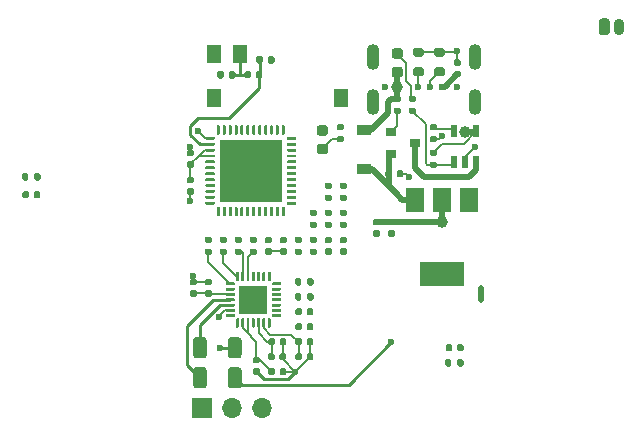
<source format=gbr>
%TF.GenerationSoftware,KiCad,Pcbnew,(5.1.8)-1*%
%TF.CreationDate,2021-03-06T05:42:10-08:00*%
%TF.ProjectId,audioboard,61756469-6f62-46f6-9172-642e6b696361,rev?*%
%TF.SameCoordinates,Original*%
%TF.FileFunction,Copper,L1,Top*%
%TF.FilePolarity,Positive*%
%FSLAX46Y46*%
G04 Gerber Fmt 4.6, Leading zero omitted, Abs format (unit mm)*
G04 Created by KiCad (PCBNEW (5.1.8)-1) date 2021-03-06 05:42:10*
%MOMM*%
%LPD*%
G01*
G04 APERTURE LIST*
%TA.AperFunction,EtchedComponent*%
%ADD10C,0.100000*%
%TD*%
%TA.AperFunction,ComponentPad*%
%ADD11O,0.900000X1.400000*%
%TD*%
%TA.AperFunction,SMDPad,CuDef*%
%ADD12C,0.500000*%
%TD*%
%TA.AperFunction,SMDPad,CuDef*%
%ADD13R,1.500000X2.000000*%
%TD*%
%TA.AperFunction,SMDPad,CuDef*%
%ADD14R,3.800000X2.000000*%
%TD*%
%TA.AperFunction,SMDPad,CuDef*%
%ADD15R,5.300000X5.300000*%
%TD*%
%TA.AperFunction,SMDPad,CuDef*%
%ADD16R,2.400000X2.400000*%
%TD*%
%TA.AperFunction,SMDPad,CuDef*%
%ADD17C,0.100000*%
%TD*%
%TA.AperFunction,SMDPad,CuDef*%
%ADD18R,0.900000X0.800000*%
%TD*%
%TA.AperFunction,ComponentPad*%
%ADD19O,1.700000X1.700000*%
%TD*%
%TA.AperFunction,ComponentPad*%
%ADD20R,1.700000X1.700000*%
%TD*%
%TA.AperFunction,ComponentPad*%
%ADD21O,1.100000X2.200000*%
%TD*%
%TA.AperFunction,SMDPad,CuDef*%
%ADD22R,0.550000X1.050000*%
%TD*%
%TA.AperFunction,SMDPad,CuDef*%
%ADD23R,1.200000X1.500000*%
%TD*%
%TA.AperFunction,SMDPad,CuDef*%
%ADD24R,1.200000X0.900000*%
%TD*%
%TA.AperFunction,ViaPad*%
%ADD25C,0.600000*%
%TD*%
%TA.AperFunction,ViaPad*%
%ADD26C,1.000000*%
%TD*%
%TA.AperFunction,Conductor*%
%ADD27C,0.200000*%
%TD*%
%TA.AperFunction,Conductor*%
%ADD28C,0.293370*%
%TD*%
%TA.AperFunction,Conductor*%
%ADD29C,0.500000*%
%TD*%
%TA.AperFunction,Conductor*%
%ADD30C,0.241300*%
%TD*%
G04 APERTURE END LIST*
D10*
%TO.C,NT2*%
G36*
X101604000Y-98290000D02*
G01*
X101604000Y-97290000D01*
X102104000Y-97290000D01*
X102104000Y-98290000D01*
X101604000Y-98290000D01*
G37*
%TD*%
D11*
%TO.P,J2,2*%
%TO.N,GND*%
X113518000Y-75184000D03*
%TO.P,J2,1*%
%TO.N,VBAT*%
%TA.AperFunction,ComponentPad*%
G36*
G01*
X111818000Y-75659000D02*
X111818000Y-74709000D01*
G75*
G02*
X112043000Y-74484000I225000J0D01*
G01*
X112493000Y-74484000D01*
G75*
G02*
X112718000Y-74709000I0J-225000D01*
G01*
X112718000Y-75659000D01*
G75*
G02*
X112493000Y-75884000I-225000J0D01*
G01*
X112043000Y-75884000D01*
G75*
G02*
X111818000Y-75659000I0J225000D01*
G01*
G37*
%TD.AperFunction*%
%TD*%
%TO.P,R16,2*%
%TO.N,VBUS*%
%TA.AperFunction,SMDPad,CuDef*%
G36*
G01*
X97975000Y-86120000D02*
X97605000Y-86120000D01*
G75*
G02*
X97470000Y-85985000I0J135000D01*
G01*
X97470000Y-85715000D01*
G75*
G02*
X97605000Y-85580000I135000J0D01*
G01*
X97975000Y-85580000D01*
G75*
G02*
X98110000Y-85715000I0J-135000D01*
G01*
X98110000Y-85985000D01*
G75*
G02*
X97975000Y-86120000I-135000J0D01*
G01*
G37*
%TD.AperFunction*%
%TO.P,R16,1*%
%TO.N,Net-(IC1-Pad1)*%
%TA.AperFunction,SMDPad,CuDef*%
G36*
G01*
X97975000Y-87140000D02*
X97605000Y-87140000D01*
G75*
G02*
X97470000Y-87005000I0J135000D01*
G01*
X97470000Y-86735000D01*
G75*
G02*
X97605000Y-86600000I135000J0D01*
G01*
X97975000Y-86600000D01*
G75*
G02*
X98110000Y-86735000I0J-135000D01*
G01*
X98110000Y-87005000D01*
G75*
G02*
X97975000Y-87140000I-135000J0D01*
G01*
G37*
%TD.AperFunction*%
%TD*%
%TO.P,R4,2*%
%TO.N,Net-(D1-Pad1)*%
%TA.AperFunction,SMDPad,CuDef*%
G36*
G01*
X96197000Y-81548000D02*
X95827000Y-81548000D01*
G75*
G02*
X95692000Y-81413000I0J135000D01*
G01*
X95692000Y-81143000D01*
G75*
G02*
X95827000Y-81008000I135000J0D01*
G01*
X96197000Y-81008000D01*
G75*
G02*
X96332000Y-81143000I0J-135000D01*
G01*
X96332000Y-81413000D01*
G75*
G02*
X96197000Y-81548000I-135000J0D01*
G01*
G37*
%TD.AperFunction*%
%TO.P,R4,1*%
%TO.N,Net-(IC1-Pad1)*%
%TA.AperFunction,SMDPad,CuDef*%
G36*
G01*
X96197000Y-82568000D02*
X95827000Y-82568000D01*
G75*
G02*
X95692000Y-82433000I0J135000D01*
G01*
X95692000Y-82163000D01*
G75*
G02*
X95827000Y-82028000I135000J0D01*
G01*
X96197000Y-82028000D01*
G75*
G02*
X96332000Y-82163000I0J-135000D01*
G01*
X96332000Y-82433000D01*
G75*
G02*
X96197000Y-82568000I-135000J0D01*
G01*
G37*
%TD.AperFunction*%
%TD*%
D12*
%TO.P,NT2,2*%
%TO.N,+3V3*%
X101854000Y-97290000D03*
%TO.P,NT2,1*%
%TO.N,+3.3VA*%
X101854000Y-98290000D03*
%TD*%
D13*
%TO.P,U3,1*%
%TO.N,GND*%
X100852000Y-89814000D03*
%TO.P,U3,3*%
%TO.N,Net-(C4-Pad1)*%
X96252000Y-89814000D03*
%TO.P,U3,2*%
%TO.N,+3V3*%
X98552000Y-89814000D03*
D14*
%TO.P,U3,4*%
%TO.N,N/C*%
X98552000Y-96114000D03*
%TD*%
D15*
%TO.P,U2,49*%
%TO.N,GND*%
X82340000Y-87376000D03*
%TO.P,U2,48*%
%TO.N,Net-(U2-Pad48)*%
%TA.AperFunction,SMDPad,CuDef*%
G36*
G01*
X79465000Y-84263500D02*
X79465000Y-83588500D01*
G75*
G02*
X79527500Y-83526000I62500J0D01*
G01*
X79652500Y-83526000D01*
G75*
G02*
X79715000Y-83588500I0J-62500D01*
G01*
X79715000Y-84263500D01*
G75*
G02*
X79652500Y-84326000I-62500J0D01*
G01*
X79527500Y-84326000D01*
G75*
G02*
X79465000Y-84263500I0J62500D01*
G01*
G37*
%TD.AperFunction*%
%TO.P,U2,47*%
%TO.N,Net-(U2-Pad47)*%
%TA.AperFunction,SMDPad,CuDef*%
G36*
G01*
X79965000Y-84263500D02*
X79965000Y-83588500D01*
G75*
G02*
X80027500Y-83526000I62500J0D01*
G01*
X80152500Y-83526000D01*
G75*
G02*
X80215000Y-83588500I0J-62500D01*
G01*
X80215000Y-84263500D01*
G75*
G02*
X80152500Y-84326000I-62500J0D01*
G01*
X80027500Y-84326000D01*
G75*
G02*
X79965000Y-84263500I0J62500D01*
G01*
G37*
%TD.AperFunction*%
%TO.P,U2,46*%
%TO.N,+3V3*%
%TA.AperFunction,SMDPad,CuDef*%
G36*
G01*
X80465000Y-84263500D02*
X80465000Y-83588500D01*
G75*
G02*
X80527500Y-83526000I62500J0D01*
G01*
X80652500Y-83526000D01*
G75*
G02*
X80715000Y-83588500I0J-62500D01*
G01*
X80715000Y-84263500D01*
G75*
G02*
X80652500Y-84326000I-62500J0D01*
G01*
X80527500Y-84326000D01*
G75*
G02*
X80465000Y-84263500I0J62500D01*
G01*
G37*
%TD.AperFunction*%
%TO.P,U2,45*%
%TO.N,Net-(U2-Pad45)*%
%TA.AperFunction,SMDPad,CuDef*%
G36*
G01*
X80965000Y-84263500D02*
X80965000Y-83588500D01*
G75*
G02*
X81027500Y-83526000I62500J0D01*
G01*
X81152500Y-83526000D01*
G75*
G02*
X81215000Y-83588500I0J-62500D01*
G01*
X81215000Y-84263500D01*
G75*
G02*
X81152500Y-84326000I-62500J0D01*
G01*
X81027500Y-84326000D01*
G75*
G02*
X80965000Y-84263500I0J62500D01*
G01*
G37*
%TD.AperFunction*%
%TO.P,U2,44*%
%TO.N,Net-(U2-Pad44)*%
%TA.AperFunction,SMDPad,CuDef*%
G36*
G01*
X81465000Y-84263500D02*
X81465000Y-83588500D01*
G75*
G02*
X81527500Y-83526000I62500J0D01*
G01*
X81652500Y-83526000D01*
G75*
G02*
X81715000Y-83588500I0J-62500D01*
G01*
X81715000Y-84263500D01*
G75*
G02*
X81652500Y-84326000I-62500J0D01*
G01*
X81527500Y-84326000D01*
G75*
G02*
X81465000Y-84263500I0J62500D01*
G01*
G37*
%TD.AperFunction*%
%TO.P,U2,43*%
%TO.N,+3V3*%
%TA.AperFunction,SMDPad,CuDef*%
G36*
G01*
X81965000Y-84263500D02*
X81965000Y-83588500D01*
G75*
G02*
X82027500Y-83526000I62500J0D01*
G01*
X82152500Y-83526000D01*
G75*
G02*
X82215000Y-83588500I0J-62500D01*
G01*
X82215000Y-84263500D01*
G75*
G02*
X82152500Y-84326000I-62500J0D01*
G01*
X82027500Y-84326000D01*
G75*
G02*
X81965000Y-84263500I0J62500D01*
G01*
G37*
%TD.AperFunction*%
%TO.P,U2,42*%
%TO.N,Net-(U2-Pad42)*%
%TA.AperFunction,SMDPad,CuDef*%
G36*
G01*
X82465000Y-84263500D02*
X82465000Y-83588500D01*
G75*
G02*
X82527500Y-83526000I62500J0D01*
G01*
X82652500Y-83526000D01*
G75*
G02*
X82715000Y-83588500I0J-62500D01*
G01*
X82715000Y-84263500D01*
G75*
G02*
X82652500Y-84326000I-62500J0D01*
G01*
X82527500Y-84326000D01*
G75*
G02*
X82465000Y-84263500I0J62500D01*
G01*
G37*
%TD.AperFunction*%
%TO.P,U2,41*%
%TO.N,TXD0*%
%TA.AperFunction,SMDPad,CuDef*%
G36*
G01*
X82965000Y-84263500D02*
X82965000Y-83588500D01*
G75*
G02*
X83027500Y-83526000I62500J0D01*
G01*
X83152500Y-83526000D01*
G75*
G02*
X83215000Y-83588500I0J-62500D01*
G01*
X83215000Y-84263500D01*
G75*
G02*
X83152500Y-84326000I-62500J0D01*
G01*
X83027500Y-84326000D01*
G75*
G02*
X82965000Y-84263500I0J62500D01*
G01*
G37*
%TD.AperFunction*%
%TO.P,U2,40*%
%TO.N,RXD0*%
%TA.AperFunction,SMDPad,CuDef*%
G36*
G01*
X83465000Y-84263500D02*
X83465000Y-83588500D01*
G75*
G02*
X83527500Y-83526000I62500J0D01*
G01*
X83652500Y-83526000D01*
G75*
G02*
X83715000Y-83588500I0J-62500D01*
G01*
X83715000Y-84263500D01*
G75*
G02*
X83652500Y-84326000I-62500J0D01*
G01*
X83527500Y-84326000D01*
G75*
G02*
X83465000Y-84263500I0J62500D01*
G01*
G37*
%TD.AperFunction*%
%TO.P,U2,39*%
%TO.N,Net-(U2-Pad39)*%
%TA.AperFunction,SMDPad,CuDef*%
G36*
G01*
X83965000Y-84263500D02*
X83965000Y-83588500D01*
G75*
G02*
X84027500Y-83526000I62500J0D01*
G01*
X84152500Y-83526000D01*
G75*
G02*
X84215000Y-83588500I0J-62500D01*
G01*
X84215000Y-84263500D01*
G75*
G02*
X84152500Y-84326000I-62500J0D01*
G01*
X84027500Y-84326000D01*
G75*
G02*
X83965000Y-84263500I0J62500D01*
G01*
G37*
%TD.AperFunction*%
%TO.P,U2,38*%
%TO.N,STATUS_LED*%
%TA.AperFunction,SMDPad,CuDef*%
G36*
G01*
X84465000Y-84263500D02*
X84465000Y-83588500D01*
G75*
G02*
X84527500Y-83526000I62500J0D01*
G01*
X84652500Y-83526000D01*
G75*
G02*
X84715000Y-83588500I0J-62500D01*
G01*
X84715000Y-84263500D01*
G75*
G02*
X84652500Y-84326000I-62500J0D01*
G01*
X84527500Y-84326000D01*
G75*
G02*
X84465000Y-84263500I0J62500D01*
G01*
G37*
%TD.AperFunction*%
%TO.P,U2,37*%
%TO.N,+3V3*%
%TA.AperFunction,SMDPad,CuDef*%
G36*
G01*
X84965000Y-84263500D02*
X84965000Y-83588500D01*
G75*
G02*
X85027500Y-83526000I62500J0D01*
G01*
X85152500Y-83526000D01*
G75*
G02*
X85215000Y-83588500I0J-62500D01*
G01*
X85215000Y-84263500D01*
G75*
G02*
X85152500Y-84326000I-62500J0D01*
G01*
X85027500Y-84326000D01*
G75*
G02*
X84965000Y-84263500I0J62500D01*
G01*
G37*
%TD.AperFunction*%
%TO.P,U2,36*%
%TO.N,SCLK*%
%TA.AperFunction,SMDPad,CuDef*%
G36*
G01*
X85390000Y-84688500D02*
X85390000Y-84563500D01*
G75*
G02*
X85452500Y-84501000I62500J0D01*
G01*
X86127500Y-84501000D01*
G75*
G02*
X86190000Y-84563500I0J-62500D01*
G01*
X86190000Y-84688500D01*
G75*
G02*
X86127500Y-84751000I-62500J0D01*
G01*
X85452500Y-84751000D01*
G75*
G02*
X85390000Y-84688500I0J62500D01*
G01*
G37*
%TD.AperFunction*%
%TO.P,U2,35*%
%TO.N,SDA*%
%TA.AperFunction,SMDPad,CuDef*%
G36*
G01*
X85390000Y-85188500D02*
X85390000Y-85063500D01*
G75*
G02*
X85452500Y-85001000I62500J0D01*
G01*
X86127500Y-85001000D01*
G75*
G02*
X86190000Y-85063500I0J-62500D01*
G01*
X86190000Y-85188500D01*
G75*
G02*
X86127500Y-85251000I-62500J0D01*
G01*
X85452500Y-85251000D01*
G75*
G02*
X85390000Y-85188500I0J62500D01*
G01*
G37*
%TD.AperFunction*%
%TO.P,U2,34*%
%TO.N,Net-(U2-Pad34)*%
%TA.AperFunction,SMDPad,CuDef*%
G36*
G01*
X85390000Y-85688500D02*
X85390000Y-85563500D01*
G75*
G02*
X85452500Y-85501000I62500J0D01*
G01*
X86127500Y-85501000D01*
G75*
G02*
X86190000Y-85563500I0J-62500D01*
G01*
X86190000Y-85688500D01*
G75*
G02*
X86127500Y-85751000I-62500J0D01*
G01*
X85452500Y-85751000D01*
G75*
G02*
X85390000Y-85688500I0J62500D01*
G01*
G37*
%TD.AperFunction*%
%TO.P,U2,33*%
%TO.N,Net-(U2-Pad33)*%
%TA.AperFunction,SMDPad,CuDef*%
G36*
G01*
X85390000Y-86188500D02*
X85390000Y-86063500D01*
G75*
G02*
X85452500Y-86001000I62500J0D01*
G01*
X86127500Y-86001000D01*
G75*
G02*
X86190000Y-86063500I0J-62500D01*
G01*
X86190000Y-86188500D01*
G75*
G02*
X86127500Y-86251000I-62500J0D01*
G01*
X85452500Y-86251000D01*
G75*
G02*
X85390000Y-86188500I0J62500D01*
G01*
G37*
%TD.AperFunction*%
%TO.P,U2,32*%
%TO.N,Net-(U2-Pad32)*%
%TA.AperFunction,SMDPad,CuDef*%
G36*
G01*
X85390000Y-86688500D02*
X85390000Y-86563500D01*
G75*
G02*
X85452500Y-86501000I62500J0D01*
G01*
X86127500Y-86501000D01*
G75*
G02*
X86190000Y-86563500I0J-62500D01*
G01*
X86190000Y-86688500D01*
G75*
G02*
X86127500Y-86751000I-62500J0D01*
G01*
X85452500Y-86751000D01*
G75*
G02*
X85390000Y-86688500I0J62500D01*
G01*
G37*
%TD.AperFunction*%
%TO.P,U2,31*%
%TO.N,Net-(U2-Pad31)*%
%TA.AperFunction,SMDPad,CuDef*%
G36*
G01*
X85390000Y-87188500D02*
X85390000Y-87063500D01*
G75*
G02*
X85452500Y-87001000I62500J0D01*
G01*
X86127500Y-87001000D01*
G75*
G02*
X86190000Y-87063500I0J-62500D01*
G01*
X86190000Y-87188500D01*
G75*
G02*
X86127500Y-87251000I-62500J0D01*
G01*
X85452500Y-87251000D01*
G75*
G02*
X85390000Y-87188500I0J62500D01*
G01*
G37*
%TD.AperFunction*%
%TO.P,U2,30*%
%TO.N,Net-(U2-Pad30)*%
%TA.AperFunction,SMDPad,CuDef*%
G36*
G01*
X85390000Y-87688500D02*
X85390000Y-87563500D01*
G75*
G02*
X85452500Y-87501000I62500J0D01*
G01*
X86127500Y-87501000D01*
G75*
G02*
X86190000Y-87563500I0J-62500D01*
G01*
X86190000Y-87688500D01*
G75*
G02*
X86127500Y-87751000I-62500J0D01*
G01*
X85452500Y-87751000D01*
G75*
G02*
X85390000Y-87688500I0J62500D01*
G01*
G37*
%TD.AperFunction*%
%TO.P,U2,29*%
%TO.N,Net-(U2-Pad29)*%
%TA.AperFunction,SMDPad,CuDef*%
G36*
G01*
X85390000Y-88188500D02*
X85390000Y-88063500D01*
G75*
G02*
X85452500Y-88001000I62500J0D01*
G01*
X86127500Y-88001000D01*
G75*
G02*
X86190000Y-88063500I0J-62500D01*
G01*
X86190000Y-88188500D01*
G75*
G02*
X86127500Y-88251000I-62500J0D01*
G01*
X85452500Y-88251000D01*
G75*
G02*
X85390000Y-88188500I0J62500D01*
G01*
G37*
%TD.AperFunction*%
%TO.P,U2,28*%
%TO.N,Net-(U2-Pad28)*%
%TA.AperFunction,SMDPad,CuDef*%
G36*
G01*
X85390000Y-88688500D02*
X85390000Y-88563500D01*
G75*
G02*
X85452500Y-88501000I62500J0D01*
G01*
X86127500Y-88501000D01*
G75*
G02*
X86190000Y-88563500I0J-62500D01*
G01*
X86190000Y-88688500D01*
G75*
G02*
X86127500Y-88751000I-62500J0D01*
G01*
X85452500Y-88751000D01*
G75*
G02*
X85390000Y-88688500I0J62500D01*
G01*
G37*
%TD.AperFunction*%
%TO.P,U2,27*%
%TO.N,Net-(U2-Pad27)*%
%TA.AperFunction,SMDPad,CuDef*%
G36*
G01*
X85390000Y-89188500D02*
X85390000Y-89063500D01*
G75*
G02*
X85452500Y-89001000I62500J0D01*
G01*
X86127500Y-89001000D01*
G75*
G02*
X86190000Y-89063500I0J-62500D01*
G01*
X86190000Y-89188500D01*
G75*
G02*
X86127500Y-89251000I-62500J0D01*
G01*
X85452500Y-89251000D01*
G75*
G02*
X85390000Y-89188500I0J62500D01*
G01*
G37*
%TD.AperFunction*%
%TO.P,U2,26*%
%TO.N,Net-(U2-Pad26)*%
%TA.AperFunction,SMDPad,CuDef*%
G36*
G01*
X85390000Y-89688500D02*
X85390000Y-89563500D01*
G75*
G02*
X85452500Y-89501000I62500J0D01*
G01*
X86127500Y-89501000D01*
G75*
G02*
X86190000Y-89563500I0J-62500D01*
G01*
X86190000Y-89688500D01*
G75*
G02*
X86127500Y-89751000I-62500J0D01*
G01*
X85452500Y-89751000D01*
G75*
G02*
X85390000Y-89688500I0J62500D01*
G01*
G37*
%TD.AperFunction*%
%TO.P,U2,25*%
%TO.N,Net-(U2-Pad25)*%
%TA.AperFunction,SMDPad,CuDef*%
G36*
G01*
X85390000Y-90188500D02*
X85390000Y-90063500D01*
G75*
G02*
X85452500Y-90001000I62500J0D01*
G01*
X86127500Y-90001000D01*
G75*
G02*
X86190000Y-90063500I0J-62500D01*
G01*
X86190000Y-90188500D01*
G75*
G02*
X86127500Y-90251000I-62500J0D01*
G01*
X85452500Y-90251000D01*
G75*
G02*
X85390000Y-90188500I0J62500D01*
G01*
G37*
%TD.AperFunction*%
%TO.P,U2,24*%
%TO.N,Net-(U2-Pad24)*%
%TA.AperFunction,SMDPad,CuDef*%
G36*
G01*
X84965000Y-91163500D02*
X84965000Y-90488500D01*
G75*
G02*
X85027500Y-90426000I62500J0D01*
G01*
X85152500Y-90426000D01*
G75*
G02*
X85215000Y-90488500I0J-62500D01*
G01*
X85215000Y-91163500D01*
G75*
G02*
X85152500Y-91226000I-62500J0D01*
G01*
X85027500Y-91226000D01*
G75*
G02*
X84965000Y-91163500I0J62500D01*
G01*
G37*
%TD.AperFunction*%
%TO.P,U2,23*%
%TO.N,MCLK*%
%TA.AperFunction,SMDPad,CuDef*%
G36*
G01*
X84465000Y-91163500D02*
X84465000Y-90488500D01*
G75*
G02*
X84527500Y-90426000I62500J0D01*
G01*
X84652500Y-90426000D01*
G75*
G02*
X84715000Y-90488500I0J-62500D01*
G01*
X84715000Y-91163500D01*
G75*
G02*
X84652500Y-91226000I-62500J0D01*
G01*
X84527500Y-91226000D01*
G75*
G02*
X84465000Y-91163500I0J62500D01*
G01*
G37*
%TD.AperFunction*%
%TO.P,U2,22*%
%TO.N,Net-(R21-Pad1)*%
%TA.AperFunction,SMDPad,CuDef*%
G36*
G01*
X83965000Y-91163500D02*
X83965000Y-90488500D01*
G75*
G02*
X84027500Y-90426000I62500J0D01*
G01*
X84152500Y-90426000D01*
G75*
G02*
X84215000Y-90488500I0J-62500D01*
G01*
X84215000Y-91163500D01*
G75*
G02*
X84152500Y-91226000I-62500J0D01*
G01*
X84027500Y-91226000D01*
G75*
G02*
X83965000Y-91163500I0J62500D01*
G01*
G37*
%TD.AperFunction*%
%TO.P,U2,21*%
%TO.N,MTDO*%
%TA.AperFunction,SMDPad,CuDef*%
G36*
G01*
X83465000Y-91163500D02*
X83465000Y-90488500D01*
G75*
G02*
X83527500Y-90426000I62500J0D01*
G01*
X83652500Y-90426000D01*
G75*
G02*
X83715000Y-90488500I0J-62500D01*
G01*
X83715000Y-91163500D01*
G75*
G02*
X83652500Y-91226000I-62500J0D01*
G01*
X83527500Y-91226000D01*
G75*
G02*
X83465000Y-91163500I0J62500D01*
G01*
G37*
%TD.AperFunction*%
%TO.P,U2,20*%
%TO.N,MTCK*%
%TA.AperFunction,SMDPad,CuDef*%
G36*
G01*
X82965000Y-91163500D02*
X82965000Y-90488500D01*
G75*
G02*
X83027500Y-90426000I62500J0D01*
G01*
X83152500Y-90426000D01*
G75*
G02*
X83215000Y-90488500I0J-62500D01*
G01*
X83215000Y-91163500D01*
G75*
G02*
X83152500Y-91226000I-62500J0D01*
G01*
X83027500Y-91226000D01*
G75*
G02*
X82965000Y-91163500I0J62500D01*
G01*
G37*
%TD.AperFunction*%
%TO.P,U2,19*%
%TO.N,+3V3*%
%TA.AperFunction,SMDPad,CuDef*%
G36*
G01*
X82465000Y-91163500D02*
X82465000Y-90488500D01*
G75*
G02*
X82527500Y-90426000I62500J0D01*
G01*
X82652500Y-90426000D01*
G75*
G02*
X82715000Y-90488500I0J-62500D01*
G01*
X82715000Y-91163500D01*
G75*
G02*
X82652500Y-91226000I-62500J0D01*
G01*
X82527500Y-91226000D01*
G75*
G02*
X82465000Y-91163500I0J62500D01*
G01*
G37*
%TD.AperFunction*%
%TO.P,U2,18*%
%TO.N,MTDI*%
%TA.AperFunction,SMDPad,CuDef*%
G36*
G01*
X81965000Y-91163500D02*
X81965000Y-90488500D01*
G75*
G02*
X82027500Y-90426000I62500J0D01*
G01*
X82152500Y-90426000D01*
G75*
G02*
X82215000Y-90488500I0J-62500D01*
G01*
X82215000Y-91163500D01*
G75*
G02*
X82152500Y-91226000I-62500J0D01*
G01*
X82027500Y-91226000D01*
G75*
G02*
X81965000Y-91163500I0J62500D01*
G01*
G37*
%TD.AperFunction*%
%TO.P,U2,17*%
%TO.N,MTMS*%
%TA.AperFunction,SMDPad,CuDef*%
G36*
G01*
X81465000Y-91163500D02*
X81465000Y-90488500D01*
G75*
G02*
X81527500Y-90426000I62500J0D01*
G01*
X81652500Y-90426000D01*
G75*
G02*
X81715000Y-90488500I0J-62500D01*
G01*
X81715000Y-91163500D01*
G75*
G02*
X81652500Y-91226000I-62500J0D01*
G01*
X81527500Y-91226000D01*
G75*
G02*
X81465000Y-91163500I0J62500D01*
G01*
G37*
%TD.AperFunction*%
%TO.P,U2,16*%
%TO.N,I2S_BCLK*%
%TA.AperFunction,SMDPad,CuDef*%
G36*
G01*
X80965000Y-91163500D02*
X80965000Y-90488500D01*
G75*
G02*
X81027500Y-90426000I62500J0D01*
G01*
X81152500Y-90426000D01*
G75*
G02*
X81215000Y-90488500I0J-62500D01*
G01*
X81215000Y-91163500D01*
G75*
G02*
X81152500Y-91226000I-62500J0D01*
G01*
X81027500Y-91226000D01*
G75*
G02*
X80965000Y-91163500I0J62500D01*
G01*
G37*
%TD.AperFunction*%
%TO.P,U2,15*%
%TO.N,I2S_DAC*%
%TA.AperFunction,SMDPad,CuDef*%
G36*
G01*
X80465000Y-91163500D02*
X80465000Y-90488500D01*
G75*
G02*
X80527500Y-90426000I62500J0D01*
G01*
X80652500Y-90426000D01*
G75*
G02*
X80715000Y-90488500I0J-62500D01*
G01*
X80715000Y-91163500D01*
G75*
G02*
X80652500Y-91226000I-62500J0D01*
G01*
X80527500Y-91226000D01*
G75*
G02*
X80465000Y-91163500I0J62500D01*
G01*
G37*
%TD.AperFunction*%
%TO.P,U2,14*%
%TO.N,I2S_LRCLK*%
%TA.AperFunction,SMDPad,CuDef*%
G36*
G01*
X79965000Y-91163500D02*
X79965000Y-90488500D01*
G75*
G02*
X80027500Y-90426000I62500J0D01*
G01*
X80152500Y-90426000D01*
G75*
G02*
X80215000Y-90488500I0J-62500D01*
G01*
X80215000Y-91163500D01*
G75*
G02*
X80152500Y-91226000I-62500J0D01*
G01*
X80027500Y-91226000D01*
G75*
G02*
X79965000Y-91163500I0J62500D01*
G01*
G37*
%TD.AperFunction*%
%TO.P,U2,13*%
%TO.N,Net-(U2-Pad13)*%
%TA.AperFunction,SMDPad,CuDef*%
G36*
G01*
X79465000Y-91163500D02*
X79465000Y-90488500D01*
G75*
G02*
X79527500Y-90426000I62500J0D01*
G01*
X79652500Y-90426000D01*
G75*
G02*
X79715000Y-90488500I0J-62500D01*
G01*
X79715000Y-91163500D01*
G75*
G02*
X79652500Y-91226000I-62500J0D01*
G01*
X79527500Y-91226000D01*
G75*
G02*
X79465000Y-91163500I0J62500D01*
G01*
G37*
%TD.AperFunction*%
%TO.P,U2,12*%
%TO.N,Net-(U2-Pad12)*%
%TA.AperFunction,SMDPad,CuDef*%
G36*
G01*
X78490000Y-90188500D02*
X78490000Y-90063500D01*
G75*
G02*
X78552500Y-90001000I62500J0D01*
G01*
X79227500Y-90001000D01*
G75*
G02*
X79290000Y-90063500I0J-62500D01*
G01*
X79290000Y-90188500D01*
G75*
G02*
X79227500Y-90251000I-62500J0D01*
G01*
X78552500Y-90251000D01*
G75*
G02*
X78490000Y-90188500I0J62500D01*
G01*
G37*
%TD.AperFunction*%
%TO.P,U2,11*%
%TO.N,I2S_ADC*%
%TA.AperFunction,SMDPad,CuDef*%
G36*
G01*
X78490000Y-89688500D02*
X78490000Y-89563500D01*
G75*
G02*
X78552500Y-89501000I62500J0D01*
G01*
X79227500Y-89501000D01*
G75*
G02*
X79290000Y-89563500I0J-62500D01*
G01*
X79290000Y-89688500D01*
G75*
G02*
X79227500Y-89751000I-62500J0D01*
G01*
X78552500Y-89751000D01*
G75*
G02*
X78490000Y-89688500I0J62500D01*
G01*
G37*
%TD.AperFunction*%
%TO.P,U2,10*%
%TO.N,Net-(U2-Pad10)*%
%TA.AperFunction,SMDPad,CuDef*%
G36*
G01*
X78490000Y-89188500D02*
X78490000Y-89063500D01*
G75*
G02*
X78552500Y-89001000I62500J0D01*
G01*
X79227500Y-89001000D01*
G75*
G02*
X79290000Y-89063500I0J-62500D01*
G01*
X79290000Y-89188500D01*
G75*
G02*
X79227500Y-89251000I-62500J0D01*
G01*
X78552500Y-89251000D01*
G75*
G02*
X78490000Y-89188500I0J62500D01*
G01*
G37*
%TD.AperFunction*%
%TO.P,U2,9*%
%TO.N,Reset*%
%TA.AperFunction,SMDPad,CuDef*%
G36*
G01*
X78490000Y-88688500D02*
X78490000Y-88563500D01*
G75*
G02*
X78552500Y-88501000I62500J0D01*
G01*
X79227500Y-88501000D01*
G75*
G02*
X79290000Y-88563500I0J-62500D01*
G01*
X79290000Y-88688500D01*
G75*
G02*
X79227500Y-88751000I-62500J0D01*
G01*
X78552500Y-88751000D01*
G75*
G02*
X78490000Y-88688500I0J62500D01*
G01*
G37*
%TD.AperFunction*%
%TO.P,U2,8*%
%TO.N,Net-(U2-Pad8)*%
%TA.AperFunction,SMDPad,CuDef*%
G36*
G01*
X78490000Y-88188500D02*
X78490000Y-88063500D01*
G75*
G02*
X78552500Y-88001000I62500J0D01*
G01*
X79227500Y-88001000D01*
G75*
G02*
X79290000Y-88063500I0J-62500D01*
G01*
X79290000Y-88188500D01*
G75*
G02*
X79227500Y-88251000I-62500J0D01*
G01*
X78552500Y-88251000D01*
G75*
G02*
X78490000Y-88188500I0J62500D01*
G01*
G37*
%TD.AperFunction*%
%TO.P,U2,7*%
%TO.N,Net-(U2-Pad7)*%
%TA.AperFunction,SMDPad,CuDef*%
G36*
G01*
X78490000Y-87688500D02*
X78490000Y-87563500D01*
G75*
G02*
X78552500Y-87501000I62500J0D01*
G01*
X79227500Y-87501000D01*
G75*
G02*
X79290000Y-87563500I0J-62500D01*
G01*
X79290000Y-87688500D01*
G75*
G02*
X79227500Y-87751000I-62500J0D01*
G01*
X78552500Y-87751000D01*
G75*
G02*
X78490000Y-87688500I0J62500D01*
G01*
G37*
%TD.AperFunction*%
%TO.P,U2,6*%
%TO.N,Net-(U2-Pad6)*%
%TA.AperFunction,SMDPad,CuDef*%
G36*
G01*
X78490000Y-87188500D02*
X78490000Y-87063500D01*
G75*
G02*
X78552500Y-87001000I62500J0D01*
G01*
X79227500Y-87001000D01*
G75*
G02*
X79290000Y-87063500I0J-62500D01*
G01*
X79290000Y-87188500D01*
G75*
G02*
X79227500Y-87251000I-62500J0D01*
G01*
X78552500Y-87251000D01*
G75*
G02*
X78490000Y-87188500I0J62500D01*
G01*
G37*
%TD.AperFunction*%
%TO.P,U2,5*%
%TO.N,Net-(U2-Pad5)*%
%TA.AperFunction,SMDPad,CuDef*%
G36*
G01*
X78490000Y-86688500D02*
X78490000Y-86563500D01*
G75*
G02*
X78552500Y-86501000I62500J0D01*
G01*
X79227500Y-86501000D01*
G75*
G02*
X79290000Y-86563500I0J-62500D01*
G01*
X79290000Y-86688500D01*
G75*
G02*
X79227500Y-86751000I-62500J0D01*
G01*
X78552500Y-86751000D01*
G75*
G02*
X78490000Y-86688500I0J62500D01*
G01*
G37*
%TD.AperFunction*%
%TO.P,U2,4*%
%TO.N,+3V3*%
%TA.AperFunction,SMDPad,CuDef*%
G36*
G01*
X78490000Y-86188500D02*
X78490000Y-86063500D01*
G75*
G02*
X78552500Y-86001000I62500J0D01*
G01*
X79227500Y-86001000D01*
G75*
G02*
X79290000Y-86063500I0J-62500D01*
G01*
X79290000Y-86188500D01*
G75*
G02*
X79227500Y-86251000I-62500J0D01*
G01*
X78552500Y-86251000D01*
G75*
G02*
X78490000Y-86188500I0J62500D01*
G01*
G37*
%TD.AperFunction*%
%TO.P,U2,3*%
%TA.AperFunction,SMDPad,CuDef*%
G36*
G01*
X78490000Y-85688500D02*
X78490000Y-85563500D01*
G75*
G02*
X78552500Y-85501000I62500J0D01*
G01*
X79227500Y-85501000D01*
G75*
G02*
X79290000Y-85563500I0J-62500D01*
G01*
X79290000Y-85688500D01*
G75*
G02*
X79227500Y-85751000I-62500J0D01*
G01*
X78552500Y-85751000D01*
G75*
G02*
X78490000Y-85688500I0J62500D01*
G01*
G37*
%TD.AperFunction*%
%TO.P,U2,2*%
%TO.N,Ant*%
%TA.AperFunction,SMDPad,CuDef*%
G36*
G01*
X78490000Y-85188500D02*
X78490000Y-85063500D01*
G75*
G02*
X78552500Y-85001000I62500J0D01*
G01*
X79227500Y-85001000D01*
G75*
G02*
X79290000Y-85063500I0J-62500D01*
G01*
X79290000Y-85188500D01*
G75*
G02*
X79227500Y-85251000I-62500J0D01*
G01*
X78552500Y-85251000D01*
G75*
G02*
X78490000Y-85188500I0J62500D01*
G01*
G37*
%TD.AperFunction*%
%TO.P,U2,1*%
%TO.N,+3V3*%
%TA.AperFunction,SMDPad,CuDef*%
G36*
G01*
X78490000Y-84688500D02*
X78490000Y-84563500D01*
G75*
G02*
X78552500Y-84501000I62500J0D01*
G01*
X79227500Y-84501000D01*
G75*
G02*
X79290000Y-84563500I0J-62500D01*
G01*
X79290000Y-84688500D01*
G75*
G02*
X79227500Y-84751000I-62500J0D01*
G01*
X78552500Y-84751000D01*
G75*
G02*
X78490000Y-84688500I0J62500D01*
G01*
G37*
%TD.AperFunction*%
%TD*%
D16*
%TO.P,U1,29*%
%TO.N,N/C*%
X82550000Y-98298000D03*
%TA.AperFunction,SMDPad,CuDef*%
D17*
%TO.P,U1,28*%
%TO.N,Net-(C27-Pad1)*%
G36*
X84898799Y-97022693D02*
G01*
X84895242Y-97034418D01*
X84889467Y-97045223D01*
X84881694Y-97054694D01*
X84872223Y-97062467D01*
X84861418Y-97068242D01*
X84849693Y-97071799D01*
X84837500Y-97073000D01*
X84162500Y-97073000D01*
X84150307Y-97071799D01*
X84138582Y-97068242D01*
X84127777Y-97062467D01*
X84118306Y-97054694D01*
X84110533Y-97045223D01*
X84104758Y-97034418D01*
X84101201Y-97022693D01*
X84100000Y-97010500D01*
X84100000Y-96948888D01*
X84101201Y-96936695D01*
X84104758Y-96924970D01*
X84110533Y-96914165D01*
X84118306Y-96904694D01*
X84181694Y-96841306D01*
X84191165Y-96833533D01*
X84201970Y-96827758D01*
X84213695Y-96824201D01*
X84225888Y-96823000D01*
X84837500Y-96823000D01*
X84849693Y-96824201D01*
X84861418Y-96827758D01*
X84872223Y-96833533D01*
X84881694Y-96841306D01*
X84889467Y-96850777D01*
X84895242Y-96861582D01*
X84898799Y-96873307D01*
X84900000Y-96885500D01*
X84900000Y-97010500D01*
X84898799Y-97022693D01*
G37*
%TD.AperFunction*%
%TO.P,U1,27*%
%TO.N,Net-(C22-Pad1)*%
%TA.AperFunction,SMDPad,CuDef*%
G36*
G01*
X84162500Y-97273000D02*
X84837500Y-97273000D01*
G75*
G02*
X84900000Y-97335500I0J-62500D01*
G01*
X84900000Y-97460500D01*
G75*
G02*
X84837500Y-97523000I-62500J0D01*
G01*
X84162500Y-97523000D01*
G75*
G02*
X84100000Y-97460500I0J62500D01*
G01*
X84100000Y-97335500D01*
G75*
G02*
X84162500Y-97273000I62500J0D01*
G01*
G37*
%TD.AperFunction*%
%TO.P,U1,26*%
%TO.N,MODE*%
%TA.AperFunction,SMDPad,CuDef*%
G36*
G01*
X84162500Y-97723000D02*
X84837500Y-97723000D01*
G75*
G02*
X84900000Y-97785500I0J-62500D01*
G01*
X84900000Y-97910500D01*
G75*
G02*
X84837500Y-97973000I-62500J0D01*
G01*
X84162500Y-97973000D01*
G75*
G02*
X84100000Y-97910500I0J62500D01*
G01*
X84100000Y-97785500D01*
G75*
G02*
X84162500Y-97723000I62500J0D01*
G01*
G37*
%TD.AperFunction*%
%TO.P,U1,25*%
%TO.N,Net-(U1-Pad25)*%
%TA.AperFunction,SMDPad,CuDef*%
G36*
G01*
X84162500Y-98173000D02*
X84837500Y-98173000D01*
G75*
G02*
X84900000Y-98235500I0J-62500D01*
G01*
X84900000Y-98360500D01*
G75*
G02*
X84837500Y-98423000I-62500J0D01*
G01*
X84162500Y-98423000D01*
G75*
G02*
X84100000Y-98360500I0J62500D01*
G01*
X84100000Y-98235500D01*
G75*
G02*
X84162500Y-98173000I62500J0D01*
G01*
G37*
%TD.AperFunction*%
%TO.P,U1,24*%
%TO.N,Net-(C24-Pad2)*%
%TA.AperFunction,SMDPad,CuDef*%
G36*
G01*
X84162500Y-98623000D02*
X84837500Y-98623000D01*
G75*
G02*
X84900000Y-98685500I0J-62500D01*
G01*
X84900000Y-98810500D01*
G75*
G02*
X84837500Y-98873000I-62500J0D01*
G01*
X84162500Y-98873000D01*
G75*
G02*
X84100000Y-98810500I0J62500D01*
G01*
X84100000Y-98685500D01*
G75*
G02*
X84162500Y-98623000I62500J0D01*
G01*
G37*
%TD.AperFunction*%
%TO.P,U1,23*%
%TA.AperFunction,SMDPad,CuDef*%
G36*
G01*
X84162500Y-99073000D02*
X84837500Y-99073000D01*
G75*
G02*
X84900000Y-99135500I0J-62500D01*
G01*
X84900000Y-99260500D01*
G75*
G02*
X84837500Y-99323000I-62500J0D01*
G01*
X84162500Y-99323000D01*
G75*
G02*
X84100000Y-99260500I0J62500D01*
G01*
X84100000Y-99135500D01*
G75*
G02*
X84162500Y-99073000I62500J0D01*
G01*
G37*
%TD.AperFunction*%
%TA.AperFunction,SMDPad,CuDef*%
%TO.P,U1,22*%
%TO.N,Net-(C26-Pad2)*%
G36*
X84898799Y-99722693D02*
G01*
X84895242Y-99734418D01*
X84889467Y-99745223D01*
X84881694Y-99754694D01*
X84872223Y-99762467D01*
X84861418Y-99768242D01*
X84849693Y-99771799D01*
X84837500Y-99773000D01*
X84225888Y-99773000D01*
X84213695Y-99771799D01*
X84201970Y-99768242D01*
X84191165Y-99762467D01*
X84181694Y-99754694D01*
X84118306Y-99691306D01*
X84110533Y-99681835D01*
X84104758Y-99671030D01*
X84101201Y-99659305D01*
X84100000Y-99647112D01*
X84100000Y-99585500D01*
X84101201Y-99573307D01*
X84104758Y-99561582D01*
X84110533Y-99550777D01*
X84118306Y-99541306D01*
X84127777Y-99533533D01*
X84138582Y-99527758D01*
X84150307Y-99524201D01*
X84162500Y-99523000D01*
X84837500Y-99523000D01*
X84849693Y-99524201D01*
X84861418Y-99527758D01*
X84872223Y-99533533D01*
X84881694Y-99541306D01*
X84889467Y-99550777D01*
X84895242Y-99561582D01*
X84898799Y-99573307D01*
X84900000Y-99585500D01*
X84900000Y-99710500D01*
X84898799Y-99722693D01*
G37*
%TD.AperFunction*%
%TA.AperFunction,SMDPad,CuDef*%
%TO.P,U1,21*%
%TO.N,Net-(C25-Pad2)*%
G36*
X84023799Y-100597693D02*
G01*
X84020242Y-100609418D01*
X84014467Y-100620223D01*
X84006694Y-100629694D01*
X83997223Y-100637467D01*
X83986418Y-100643242D01*
X83974693Y-100646799D01*
X83962500Y-100648000D01*
X83837500Y-100648000D01*
X83825307Y-100646799D01*
X83813582Y-100643242D01*
X83802777Y-100637467D01*
X83793306Y-100629694D01*
X83785533Y-100620223D01*
X83779758Y-100609418D01*
X83776201Y-100597693D01*
X83775000Y-100585500D01*
X83775000Y-99910500D01*
X83776201Y-99898307D01*
X83779758Y-99886582D01*
X83785533Y-99875777D01*
X83793306Y-99866306D01*
X83802777Y-99858533D01*
X83813582Y-99852758D01*
X83825307Y-99849201D01*
X83837500Y-99848000D01*
X83899112Y-99848000D01*
X83911305Y-99849201D01*
X83923030Y-99852758D01*
X83933835Y-99858533D01*
X83943306Y-99866306D01*
X84006694Y-99929694D01*
X84014467Y-99939165D01*
X84020242Y-99949970D01*
X84023799Y-99961695D01*
X84025000Y-99973888D01*
X84025000Y-100585500D01*
X84023799Y-100597693D01*
G37*
%TD.AperFunction*%
%TO.P,U1,20*%
%TO.N,VMID*%
%TA.AperFunction,SMDPad,CuDef*%
G36*
G01*
X83387500Y-99848000D02*
X83512500Y-99848000D01*
G75*
G02*
X83575000Y-99910500I0J-62500D01*
G01*
X83575000Y-100585500D01*
G75*
G02*
X83512500Y-100648000I-62500J0D01*
G01*
X83387500Y-100648000D01*
G75*
G02*
X83325000Y-100585500I0J62500D01*
G01*
X83325000Y-99910500D01*
G75*
G02*
X83387500Y-99848000I62500J0D01*
G01*
G37*
%TD.AperFunction*%
%TO.P,U1,19*%
%TO.N,ADCVREF*%
%TA.AperFunction,SMDPad,CuDef*%
G36*
G01*
X82937500Y-99848000D02*
X83062500Y-99848000D01*
G75*
G02*
X83125000Y-99910500I0J-62500D01*
G01*
X83125000Y-100585500D01*
G75*
G02*
X83062500Y-100648000I-62500J0D01*
G01*
X82937500Y-100648000D01*
G75*
G02*
X82875000Y-100585500I0J62500D01*
G01*
X82875000Y-99910500D01*
G75*
G02*
X82937500Y-99848000I62500J0D01*
G01*
G37*
%TD.AperFunction*%
%TO.P,U1,18*%
%TO.N,GNDA*%
%TA.AperFunction,SMDPad,CuDef*%
G36*
G01*
X82487500Y-99848000D02*
X82612500Y-99848000D01*
G75*
G02*
X82675000Y-99910500I0J-62500D01*
G01*
X82675000Y-100585500D01*
G75*
G02*
X82612500Y-100648000I-62500J0D01*
G01*
X82487500Y-100648000D01*
G75*
G02*
X82425000Y-100585500I0J62500D01*
G01*
X82425000Y-99910500D01*
G75*
G02*
X82487500Y-99848000I62500J0D01*
G01*
G37*
%TD.AperFunction*%
%TO.P,U1,17*%
%TO.N,+3.3VA*%
%TA.AperFunction,SMDPad,CuDef*%
G36*
G01*
X82037500Y-99848000D02*
X82162500Y-99848000D01*
G75*
G02*
X82225000Y-99910500I0J-62500D01*
G01*
X82225000Y-100585500D01*
G75*
G02*
X82162500Y-100648000I-62500J0D01*
G01*
X82037500Y-100648000D01*
G75*
G02*
X81975000Y-100585500I0J62500D01*
G01*
X81975000Y-99910500D01*
G75*
G02*
X82037500Y-99848000I62500J0D01*
G01*
G37*
%TD.AperFunction*%
%TO.P,U1,16*%
%TA.AperFunction,SMDPad,CuDef*%
G36*
G01*
X81587500Y-99848000D02*
X81712500Y-99848000D01*
G75*
G02*
X81775000Y-99910500I0J-62500D01*
G01*
X81775000Y-100585500D01*
G75*
G02*
X81712500Y-100648000I-62500J0D01*
G01*
X81587500Y-100648000D01*
G75*
G02*
X81525000Y-100585500I0J62500D01*
G01*
X81525000Y-99910500D01*
G75*
G02*
X81587500Y-99848000I62500J0D01*
G01*
G37*
%TD.AperFunction*%
%TA.AperFunction,SMDPad,CuDef*%
%TO.P,U1,15*%
%TO.N,Net-(U1-Pad15)*%
G36*
X81323799Y-100597693D02*
G01*
X81320242Y-100609418D01*
X81314467Y-100620223D01*
X81306694Y-100629694D01*
X81297223Y-100637467D01*
X81286418Y-100643242D01*
X81274693Y-100646799D01*
X81262500Y-100648000D01*
X81137500Y-100648000D01*
X81125307Y-100646799D01*
X81113582Y-100643242D01*
X81102777Y-100637467D01*
X81093306Y-100629694D01*
X81085533Y-100620223D01*
X81079758Y-100609418D01*
X81076201Y-100597693D01*
X81075000Y-100585500D01*
X81075000Y-99973888D01*
X81076201Y-99961695D01*
X81079758Y-99949970D01*
X81085533Y-99939165D01*
X81093306Y-99929694D01*
X81156694Y-99866306D01*
X81166165Y-99858533D01*
X81176970Y-99852758D01*
X81188695Y-99849201D01*
X81200888Y-99848000D01*
X81262500Y-99848000D01*
X81274693Y-99849201D01*
X81286418Y-99852758D01*
X81297223Y-99858533D01*
X81306694Y-99866306D01*
X81314467Y-99875777D01*
X81320242Y-99886582D01*
X81323799Y-99898307D01*
X81325000Y-99910500D01*
X81325000Y-100585500D01*
X81323799Y-100597693D01*
G37*
%TD.AperFunction*%
%TA.AperFunction,SMDPad,CuDef*%
%TO.P,U1,14*%
%TO.N,Net-(U1-Pad14)*%
G36*
X80998799Y-99659305D02*
G01*
X80995242Y-99671030D01*
X80989467Y-99681835D01*
X80981694Y-99691306D01*
X80918306Y-99754694D01*
X80908835Y-99762467D01*
X80898030Y-99768242D01*
X80886305Y-99771799D01*
X80874112Y-99773000D01*
X80262500Y-99773000D01*
X80250307Y-99771799D01*
X80238582Y-99768242D01*
X80227777Y-99762467D01*
X80218306Y-99754694D01*
X80210533Y-99745223D01*
X80204758Y-99734418D01*
X80201201Y-99722693D01*
X80200000Y-99710500D01*
X80200000Y-99585500D01*
X80201201Y-99573307D01*
X80204758Y-99561582D01*
X80210533Y-99550777D01*
X80218306Y-99541306D01*
X80227777Y-99533533D01*
X80238582Y-99527758D01*
X80250307Y-99524201D01*
X80262500Y-99523000D01*
X80937500Y-99523000D01*
X80949693Y-99524201D01*
X80961418Y-99527758D01*
X80972223Y-99533533D01*
X80981694Y-99541306D01*
X80989467Y-99550777D01*
X80995242Y-99561582D01*
X80998799Y-99573307D01*
X81000000Y-99585500D01*
X81000000Y-99647112D01*
X80998799Y-99659305D01*
G37*
%TD.AperFunction*%
%TO.P,U1,13*%
%TO.N,GNDA*%
%TA.AperFunction,SMDPad,CuDef*%
G36*
G01*
X80262500Y-99073000D02*
X80937500Y-99073000D01*
G75*
G02*
X81000000Y-99135500I0J-62500D01*
G01*
X81000000Y-99260500D01*
G75*
G02*
X80937500Y-99323000I-62500J0D01*
G01*
X80262500Y-99323000D01*
G75*
G02*
X80200000Y-99260500I0J62500D01*
G01*
X80200000Y-99135500D01*
G75*
G02*
X80262500Y-99073000I62500J0D01*
G01*
G37*
%TD.AperFunction*%
%TO.P,U1,12*%
%TO.N,Net-(C29-Pad1)*%
%TA.AperFunction,SMDPad,CuDef*%
G36*
G01*
X80262500Y-98623000D02*
X80937500Y-98623000D01*
G75*
G02*
X81000000Y-98685500I0J-62500D01*
G01*
X81000000Y-98810500D01*
G75*
G02*
X80937500Y-98873000I-62500J0D01*
G01*
X80262500Y-98873000D01*
G75*
G02*
X80200000Y-98810500I0J62500D01*
G01*
X80200000Y-98685500D01*
G75*
G02*
X80262500Y-98623000I62500J0D01*
G01*
G37*
%TD.AperFunction*%
%TO.P,U1,11*%
%TO.N,Net-(C28-Pad1)*%
%TA.AperFunction,SMDPad,CuDef*%
G36*
G01*
X80262500Y-98173000D02*
X80937500Y-98173000D01*
G75*
G02*
X81000000Y-98235500I0J-62500D01*
G01*
X81000000Y-98360500D01*
G75*
G02*
X80937500Y-98423000I-62500J0D01*
G01*
X80262500Y-98423000D01*
G75*
G02*
X80200000Y-98360500I0J62500D01*
G01*
X80200000Y-98235500D01*
G75*
G02*
X80262500Y-98173000I62500J0D01*
G01*
G37*
%TD.AperFunction*%
%TO.P,U1,10*%
%TO.N,VREF*%
%TA.AperFunction,SMDPad,CuDef*%
G36*
G01*
X80262500Y-97723000D02*
X80937500Y-97723000D01*
G75*
G02*
X81000000Y-97785500I0J-62500D01*
G01*
X81000000Y-97910500D01*
G75*
G02*
X80937500Y-97973000I-62500J0D01*
G01*
X80262500Y-97973000D01*
G75*
G02*
X80200000Y-97910500I0J62500D01*
G01*
X80200000Y-97785500D01*
G75*
G02*
X80262500Y-97723000I62500J0D01*
G01*
G37*
%TD.AperFunction*%
%TO.P,U1,9*%
%TO.N,Net-(U1-Pad9)*%
%TA.AperFunction,SMDPad,CuDef*%
G36*
G01*
X80262500Y-97273000D02*
X80937500Y-97273000D01*
G75*
G02*
X81000000Y-97335500I0J-62500D01*
G01*
X81000000Y-97460500D01*
G75*
G02*
X80937500Y-97523000I-62500J0D01*
G01*
X80262500Y-97523000D01*
G75*
G02*
X80200000Y-97460500I0J62500D01*
G01*
X80200000Y-97335500D01*
G75*
G02*
X80262500Y-97273000I62500J0D01*
G01*
G37*
%TD.AperFunction*%
%TA.AperFunction,SMDPad,CuDef*%
%TO.P,U1,8*%
%TO.N,Net-(R11-Pad1)*%
G36*
X80998799Y-97022693D02*
G01*
X80995242Y-97034418D01*
X80989467Y-97045223D01*
X80981694Y-97054694D01*
X80972223Y-97062467D01*
X80961418Y-97068242D01*
X80949693Y-97071799D01*
X80937500Y-97073000D01*
X80262500Y-97073000D01*
X80250307Y-97071799D01*
X80238582Y-97068242D01*
X80227777Y-97062467D01*
X80218306Y-97054694D01*
X80210533Y-97045223D01*
X80204758Y-97034418D01*
X80201201Y-97022693D01*
X80200000Y-97010500D01*
X80200000Y-96885500D01*
X80201201Y-96873307D01*
X80204758Y-96861582D01*
X80210533Y-96850777D01*
X80218306Y-96841306D01*
X80227777Y-96833533D01*
X80238582Y-96827758D01*
X80250307Y-96824201D01*
X80262500Y-96823000D01*
X80874112Y-96823000D01*
X80886305Y-96824201D01*
X80898030Y-96827758D01*
X80908835Y-96833533D01*
X80918306Y-96841306D01*
X80981694Y-96904694D01*
X80989467Y-96914165D01*
X80995242Y-96924970D01*
X80998799Y-96936695D01*
X81000000Y-96948888D01*
X81000000Y-97010500D01*
X80998799Y-97022693D01*
G37*
%TD.AperFunction*%
%TA.AperFunction,SMDPad,CuDef*%
%TO.P,U1,7*%
%TO.N,Net-(R9-Pad1)*%
G36*
X81323799Y-96697693D02*
G01*
X81320242Y-96709418D01*
X81314467Y-96720223D01*
X81306694Y-96729694D01*
X81297223Y-96737467D01*
X81286418Y-96743242D01*
X81274693Y-96746799D01*
X81262500Y-96748000D01*
X81200888Y-96748000D01*
X81188695Y-96746799D01*
X81176970Y-96743242D01*
X81166165Y-96737467D01*
X81156694Y-96729694D01*
X81093306Y-96666306D01*
X81085533Y-96656835D01*
X81079758Y-96646030D01*
X81076201Y-96634305D01*
X81075000Y-96622112D01*
X81075000Y-96010500D01*
X81076201Y-95998307D01*
X81079758Y-95986582D01*
X81085533Y-95975777D01*
X81093306Y-95966306D01*
X81102777Y-95958533D01*
X81113582Y-95952758D01*
X81125307Y-95949201D01*
X81137500Y-95948000D01*
X81262500Y-95948000D01*
X81274693Y-95949201D01*
X81286418Y-95952758D01*
X81297223Y-95958533D01*
X81306694Y-95966306D01*
X81314467Y-95975777D01*
X81320242Y-95986582D01*
X81323799Y-95998307D01*
X81325000Y-96010500D01*
X81325000Y-96685500D01*
X81323799Y-96697693D01*
G37*
%TD.AperFunction*%
%TO.P,U1,6*%
%TO.N,Net-(R10-Pad1)*%
%TA.AperFunction,SMDPad,CuDef*%
G36*
G01*
X81587500Y-95948000D02*
X81712500Y-95948000D01*
G75*
G02*
X81775000Y-96010500I0J-62500D01*
G01*
X81775000Y-96685500D01*
G75*
G02*
X81712500Y-96748000I-62500J0D01*
G01*
X81587500Y-96748000D01*
G75*
G02*
X81525000Y-96685500I0J62500D01*
G01*
X81525000Y-96010500D01*
G75*
G02*
X81587500Y-95948000I62500J0D01*
G01*
G37*
%TD.AperFunction*%
%TO.P,U1,5*%
%TO.N,Net-(R8-Pad1)*%
%TA.AperFunction,SMDPad,CuDef*%
G36*
G01*
X82037500Y-95948000D02*
X82162500Y-95948000D01*
G75*
G02*
X82225000Y-96010500I0J-62500D01*
G01*
X82225000Y-96685500D01*
G75*
G02*
X82162500Y-96748000I-62500J0D01*
G01*
X82037500Y-96748000D01*
G75*
G02*
X81975000Y-96685500I0J62500D01*
G01*
X81975000Y-96010500D01*
G75*
G02*
X82037500Y-95948000I62500J0D01*
G01*
G37*
%TD.AperFunction*%
%TO.P,U1,4*%
%TO.N,GND*%
%TA.AperFunction,SMDPad,CuDef*%
G36*
G01*
X82487500Y-95948000D02*
X82612500Y-95948000D01*
G75*
G02*
X82675000Y-96010500I0J-62500D01*
G01*
X82675000Y-96685500D01*
G75*
G02*
X82612500Y-96748000I-62500J0D01*
G01*
X82487500Y-96748000D01*
G75*
G02*
X82425000Y-96685500I0J62500D01*
G01*
X82425000Y-96010500D01*
G75*
G02*
X82487500Y-95948000I62500J0D01*
G01*
G37*
%TD.AperFunction*%
%TO.P,U1,3*%
%TO.N,+3V3*%
%TA.AperFunction,SMDPad,CuDef*%
G36*
G01*
X82937500Y-95948000D02*
X83062500Y-95948000D01*
G75*
G02*
X83125000Y-96010500I0J-62500D01*
G01*
X83125000Y-96685500D01*
G75*
G02*
X83062500Y-96748000I-62500J0D01*
G01*
X82937500Y-96748000D01*
G75*
G02*
X82875000Y-96685500I0J62500D01*
G01*
X82875000Y-96010500D01*
G75*
G02*
X82937500Y-95948000I62500J0D01*
G01*
G37*
%TD.AperFunction*%
%TO.P,U1,2*%
%TA.AperFunction,SMDPad,CuDef*%
G36*
G01*
X83387500Y-95948000D02*
X83512500Y-95948000D01*
G75*
G02*
X83575000Y-96010500I0J-62500D01*
G01*
X83575000Y-96685500D01*
G75*
G02*
X83512500Y-96748000I-62500J0D01*
G01*
X83387500Y-96748000D01*
G75*
G02*
X83325000Y-96685500I0J62500D01*
G01*
X83325000Y-96010500D01*
G75*
G02*
X83387500Y-95948000I62500J0D01*
G01*
G37*
%TD.AperFunction*%
%TA.AperFunction,SMDPad,CuDef*%
%TO.P,U1,1*%
%TO.N,Net-(R7-Pad1)*%
G36*
X84023799Y-96634305D02*
G01*
X84020242Y-96646030D01*
X84014467Y-96656835D01*
X84006694Y-96666306D01*
X83943306Y-96729694D01*
X83933835Y-96737467D01*
X83923030Y-96743242D01*
X83911305Y-96746799D01*
X83899112Y-96748000D01*
X83837500Y-96748000D01*
X83825307Y-96746799D01*
X83813582Y-96743242D01*
X83802777Y-96737467D01*
X83793306Y-96729694D01*
X83785533Y-96720223D01*
X83779758Y-96709418D01*
X83776201Y-96697693D01*
X83775000Y-96685500D01*
X83775000Y-96010500D01*
X83776201Y-95998307D01*
X83779758Y-95986582D01*
X83785533Y-95975777D01*
X83793306Y-95966306D01*
X83802777Y-95958533D01*
X83813582Y-95952758D01*
X83825307Y-95949201D01*
X83837500Y-95948000D01*
X83962500Y-95948000D01*
X83974693Y-95949201D01*
X83986418Y-95952758D01*
X83997223Y-95958533D01*
X84006694Y-95966306D01*
X84014467Y-95975777D01*
X84020242Y-95986582D01*
X84023799Y-95998307D01*
X84025000Y-96010500D01*
X84025000Y-96622112D01*
X84023799Y-96634305D01*
G37*
%TD.AperFunction*%
%TD*%
%TO.P,R22,2*%
%TO.N,Net-(D4-Pad1)*%
%TA.AperFunction,SMDPad,CuDef*%
G36*
G01*
X89731000Y-84439000D02*
X90101000Y-84439000D01*
G75*
G02*
X90236000Y-84574000I0J-135000D01*
G01*
X90236000Y-84844000D01*
G75*
G02*
X90101000Y-84979000I-135000J0D01*
G01*
X89731000Y-84979000D01*
G75*
G02*
X89596000Y-84844000I0J135000D01*
G01*
X89596000Y-84574000D01*
G75*
G02*
X89731000Y-84439000I135000J0D01*
G01*
G37*
%TD.AperFunction*%
%TO.P,R22,1*%
%TO.N,GND*%
%TA.AperFunction,SMDPad,CuDef*%
G36*
G01*
X89731000Y-83419000D02*
X90101000Y-83419000D01*
G75*
G02*
X90236000Y-83554000I0J-135000D01*
G01*
X90236000Y-83824000D01*
G75*
G02*
X90101000Y-83959000I-135000J0D01*
G01*
X89731000Y-83959000D01*
G75*
G02*
X89596000Y-83824000I0J135000D01*
G01*
X89596000Y-83554000D01*
G75*
G02*
X89731000Y-83419000I135000J0D01*
G01*
G37*
%TD.AperFunction*%
%TD*%
%TO.P,R21,2*%
%TO.N,GND*%
%TA.AperFunction,SMDPad,CuDef*%
G36*
G01*
X86175000Y-93966000D02*
X86545000Y-93966000D01*
G75*
G02*
X86680000Y-94101000I0J-135000D01*
G01*
X86680000Y-94371000D01*
G75*
G02*
X86545000Y-94506000I-135000J0D01*
G01*
X86175000Y-94506000D01*
G75*
G02*
X86040000Y-94371000I0J135000D01*
G01*
X86040000Y-94101000D01*
G75*
G02*
X86175000Y-93966000I135000J0D01*
G01*
G37*
%TD.AperFunction*%
%TO.P,R21,1*%
%TO.N,Net-(R21-Pad1)*%
%TA.AperFunction,SMDPad,CuDef*%
G36*
G01*
X86175000Y-92946000D02*
X86545000Y-92946000D01*
G75*
G02*
X86680000Y-93081000I0J-135000D01*
G01*
X86680000Y-93351000D01*
G75*
G02*
X86545000Y-93486000I-135000J0D01*
G01*
X86175000Y-93486000D01*
G75*
G02*
X86040000Y-93351000I0J135000D01*
G01*
X86040000Y-93081000D01*
G75*
G02*
X86175000Y-92946000I135000J0D01*
G01*
G37*
%TD.AperFunction*%
%TD*%
%TO.P,R20,2*%
%TO.N,MCLK*%
%TA.AperFunction,SMDPad,CuDef*%
G36*
G01*
X87445000Y-91680000D02*
X87815000Y-91680000D01*
G75*
G02*
X87950000Y-91815000I0J-135000D01*
G01*
X87950000Y-92085000D01*
G75*
G02*
X87815000Y-92220000I-135000J0D01*
G01*
X87445000Y-92220000D01*
G75*
G02*
X87310000Y-92085000I0J135000D01*
G01*
X87310000Y-91815000D01*
G75*
G02*
X87445000Y-91680000I135000J0D01*
G01*
G37*
%TD.AperFunction*%
%TO.P,R20,1*%
%TO.N,IO0*%
%TA.AperFunction,SMDPad,CuDef*%
G36*
G01*
X87445000Y-90660000D02*
X87815000Y-90660000D01*
G75*
G02*
X87950000Y-90795000I0J-135000D01*
G01*
X87950000Y-91065000D01*
G75*
G02*
X87815000Y-91200000I-135000J0D01*
G01*
X87445000Y-91200000D01*
G75*
G02*
X87310000Y-91065000I0J135000D01*
G01*
X87310000Y-90795000D01*
G75*
G02*
X87445000Y-90660000I135000J0D01*
G01*
G37*
%TD.AperFunction*%
%TD*%
%TO.P,R19,2*%
%TO.N,VBUS*%
%TA.AperFunction,SMDPad,CuDef*%
G36*
G01*
X94927000Y-81548000D02*
X94557000Y-81548000D01*
G75*
G02*
X94422000Y-81413000I0J135000D01*
G01*
X94422000Y-81143000D01*
G75*
G02*
X94557000Y-81008000I135000J0D01*
G01*
X94927000Y-81008000D01*
G75*
G02*
X95062000Y-81143000I0J-135000D01*
G01*
X95062000Y-81413000D01*
G75*
G02*
X94927000Y-81548000I-135000J0D01*
G01*
G37*
%TD.AperFunction*%
%TO.P,R19,1*%
%TO.N,Net-(Q1-Pad1)*%
%TA.AperFunction,SMDPad,CuDef*%
G36*
G01*
X94927000Y-82568000D02*
X94557000Y-82568000D01*
G75*
G02*
X94422000Y-82433000I0J135000D01*
G01*
X94422000Y-82163000D01*
G75*
G02*
X94557000Y-82028000I135000J0D01*
G01*
X94927000Y-82028000D01*
G75*
G02*
X95062000Y-82163000I0J-135000D01*
G01*
X95062000Y-82433000D01*
G75*
G02*
X94927000Y-82568000I-135000J0D01*
G01*
G37*
%TD.AperFunction*%
%TD*%
%TO.P,R18,2*%
%TO.N,+3V3*%
%TA.AperFunction,SMDPad,CuDef*%
G36*
G01*
X90355000Y-88914000D02*
X89985000Y-88914000D01*
G75*
G02*
X89850000Y-88779000I0J135000D01*
G01*
X89850000Y-88509000D01*
G75*
G02*
X89985000Y-88374000I135000J0D01*
G01*
X90355000Y-88374000D01*
G75*
G02*
X90490000Y-88509000I0J-135000D01*
G01*
X90490000Y-88779000D01*
G75*
G02*
X90355000Y-88914000I-135000J0D01*
G01*
G37*
%TD.AperFunction*%
%TO.P,R18,1*%
%TO.N,SCLK*%
%TA.AperFunction,SMDPad,CuDef*%
G36*
G01*
X90355000Y-89934000D02*
X89985000Y-89934000D01*
G75*
G02*
X89850000Y-89799000I0J135000D01*
G01*
X89850000Y-89529000D01*
G75*
G02*
X89985000Y-89394000I135000J0D01*
G01*
X90355000Y-89394000D01*
G75*
G02*
X90490000Y-89529000I0J-135000D01*
G01*
X90490000Y-89799000D01*
G75*
G02*
X90355000Y-89934000I-135000J0D01*
G01*
G37*
%TD.AperFunction*%
%TD*%
%TO.P,R17,2*%
%TO.N,SDA*%
%TA.AperFunction,SMDPad,CuDef*%
G36*
G01*
X88715000Y-89394000D02*
X89085000Y-89394000D01*
G75*
G02*
X89220000Y-89529000I0J-135000D01*
G01*
X89220000Y-89799000D01*
G75*
G02*
X89085000Y-89934000I-135000J0D01*
G01*
X88715000Y-89934000D01*
G75*
G02*
X88580000Y-89799000I0J135000D01*
G01*
X88580000Y-89529000D01*
G75*
G02*
X88715000Y-89394000I135000J0D01*
G01*
G37*
%TD.AperFunction*%
%TO.P,R17,1*%
%TO.N,+3V3*%
%TA.AperFunction,SMDPad,CuDef*%
G36*
G01*
X88715000Y-88374000D02*
X89085000Y-88374000D01*
G75*
G02*
X89220000Y-88509000I0J-135000D01*
G01*
X89220000Y-88779000D01*
G75*
G02*
X89085000Y-88914000I-135000J0D01*
G01*
X88715000Y-88914000D01*
G75*
G02*
X88580000Y-88779000I0J135000D01*
G01*
X88580000Y-88509000D01*
G75*
G02*
X88715000Y-88374000I135000J0D01*
G01*
G37*
%TD.AperFunction*%
%TD*%
%TO.P,R15,2*%
%TO.N,Net-(C27-Pad1)*%
%TA.AperFunction,SMDPad,CuDef*%
G36*
G01*
X89985000Y-91680000D02*
X90355000Y-91680000D01*
G75*
G02*
X90490000Y-91815000I0J-135000D01*
G01*
X90490000Y-92085000D01*
G75*
G02*
X90355000Y-92220000I-135000J0D01*
G01*
X89985000Y-92220000D01*
G75*
G02*
X89850000Y-92085000I0J135000D01*
G01*
X89850000Y-91815000D01*
G75*
G02*
X89985000Y-91680000I135000J0D01*
G01*
G37*
%TD.AperFunction*%
%TO.P,R15,1*%
%TO.N,SCLK*%
%TA.AperFunction,SMDPad,CuDef*%
G36*
G01*
X89985000Y-90660000D02*
X90355000Y-90660000D01*
G75*
G02*
X90490000Y-90795000I0J-135000D01*
G01*
X90490000Y-91065000D01*
G75*
G02*
X90355000Y-91200000I-135000J0D01*
G01*
X89985000Y-91200000D01*
G75*
G02*
X89850000Y-91065000I0J135000D01*
G01*
X89850000Y-90795000D01*
G75*
G02*
X89985000Y-90660000I135000J0D01*
G01*
G37*
%TD.AperFunction*%
%TD*%
%TO.P,R14,2*%
%TO.N,Net-(C22-Pad1)*%
%TA.AperFunction,SMDPad,CuDef*%
G36*
G01*
X88715000Y-91680000D02*
X89085000Y-91680000D01*
G75*
G02*
X89220000Y-91815000I0J-135000D01*
G01*
X89220000Y-92085000D01*
G75*
G02*
X89085000Y-92220000I-135000J0D01*
G01*
X88715000Y-92220000D01*
G75*
G02*
X88580000Y-92085000I0J135000D01*
G01*
X88580000Y-91815000D01*
G75*
G02*
X88715000Y-91680000I135000J0D01*
G01*
G37*
%TD.AperFunction*%
%TO.P,R14,1*%
%TO.N,SDA*%
%TA.AperFunction,SMDPad,CuDef*%
G36*
G01*
X88715000Y-90660000D02*
X89085000Y-90660000D01*
G75*
G02*
X89220000Y-90795000I0J-135000D01*
G01*
X89220000Y-91065000D01*
G75*
G02*
X89085000Y-91200000I-135000J0D01*
G01*
X88715000Y-91200000D01*
G75*
G02*
X88580000Y-91065000I0J135000D01*
G01*
X88580000Y-90795000D01*
G75*
G02*
X88715000Y-90660000I135000J0D01*
G01*
G37*
%TD.AperFunction*%
%TD*%
%TO.P,R13,2*%
%TO.N,GND*%
%TA.AperFunction,SMDPad,CuDef*%
G36*
G01*
X87108000Y-96959000D02*
X87108000Y-96589000D01*
G75*
G02*
X87243000Y-96454000I135000J0D01*
G01*
X87513000Y-96454000D01*
G75*
G02*
X87648000Y-96589000I0J-135000D01*
G01*
X87648000Y-96959000D01*
G75*
G02*
X87513000Y-97094000I-135000J0D01*
G01*
X87243000Y-97094000D01*
G75*
G02*
X87108000Y-96959000I0J135000D01*
G01*
G37*
%TD.AperFunction*%
%TO.P,R13,1*%
%TO.N,MODE*%
%TA.AperFunction,SMDPad,CuDef*%
G36*
G01*
X86088000Y-96959000D02*
X86088000Y-96589000D01*
G75*
G02*
X86223000Y-96454000I135000J0D01*
G01*
X86493000Y-96454000D01*
G75*
G02*
X86628000Y-96589000I0J-135000D01*
G01*
X86628000Y-96959000D01*
G75*
G02*
X86493000Y-97094000I-135000J0D01*
G01*
X86223000Y-97094000D01*
G75*
G02*
X86088000Y-96959000I0J135000D01*
G01*
G37*
%TD.AperFunction*%
%TD*%
%TO.P,R12,2*%
%TO.N,MODE*%
%TA.AperFunction,SMDPad,CuDef*%
G36*
G01*
X86628000Y-97859000D02*
X86628000Y-98229000D01*
G75*
G02*
X86493000Y-98364000I-135000J0D01*
G01*
X86223000Y-98364000D01*
G75*
G02*
X86088000Y-98229000I0J135000D01*
G01*
X86088000Y-97859000D01*
G75*
G02*
X86223000Y-97724000I135000J0D01*
G01*
X86493000Y-97724000D01*
G75*
G02*
X86628000Y-97859000I0J-135000D01*
G01*
G37*
%TD.AperFunction*%
%TO.P,R12,1*%
%TO.N,+3V3*%
%TA.AperFunction,SMDPad,CuDef*%
G36*
G01*
X87648000Y-97859000D02*
X87648000Y-98229000D01*
G75*
G02*
X87513000Y-98364000I-135000J0D01*
G01*
X87243000Y-98364000D01*
G75*
G02*
X87108000Y-98229000I0J135000D01*
G01*
X87108000Y-97859000D01*
G75*
G02*
X87243000Y-97724000I135000J0D01*
G01*
X87513000Y-97724000D01*
G75*
G02*
X87648000Y-97859000I0J-135000D01*
G01*
G37*
%TD.AperFunction*%
%TD*%
%TO.P,R11,2*%
%TO.N,I2S_ADC*%
%TA.AperFunction,SMDPad,CuDef*%
G36*
G01*
X78925000Y-93486000D02*
X78555000Y-93486000D01*
G75*
G02*
X78420000Y-93351000I0J135000D01*
G01*
X78420000Y-93081000D01*
G75*
G02*
X78555000Y-92946000I135000J0D01*
G01*
X78925000Y-92946000D01*
G75*
G02*
X79060000Y-93081000I0J-135000D01*
G01*
X79060000Y-93351000D01*
G75*
G02*
X78925000Y-93486000I-135000J0D01*
G01*
G37*
%TD.AperFunction*%
%TO.P,R11,1*%
%TO.N,Net-(R11-Pad1)*%
%TA.AperFunction,SMDPad,CuDef*%
G36*
G01*
X78925000Y-94506000D02*
X78555000Y-94506000D01*
G75*
G02*
X78420000Y-94371000I0J135000D01*
G01*
X78420000Y-94101000D01*
G75*
G02*
X78555000Y-93966000I135000J0D01*
G01*
X78925000Y-93966000D01*
G75*
G02*
X79060000Y-94101000I0J-135000D01*
G01*
X79060000Y-94371000D01*
G75*
G02*
X78925000Y-94506000I-135000J0D01*
G01*
G37*
%TD.AperFunction*%
%TD*%
%TO.P,R10,2*%
%TO.N,I2S_DAC*%
%TA.AperFunction,SMDPad,CuDef*%
G36*
G01*
X81465000Y-93486000D02*
X81095000Y-93486000D01*
G75*
G02*
X80960000Y-93351000I0J135000D01*
G01*
X80960000Y-93081000D01*
G75*
G02*
X81095000Y-92946000I135000J0D01*
G01*
X81465000Y-92946000D01*
G75*
G02*
X81600000Y-93081000I0J-135000D01*
G01*
X81600000Y-93351000D01*
G75*
G02*
X81465000Y-93486000I-135000J0D01*
G01*
G37*
%TD.AperFunction*%
%TO.P,R10,1*%
%TO.N,Net-(R10-Pad1)*%
%TA.AperFunction,SMDPad,CuDef*%
G36*
G01*
X81465000Y-94506000D02*
X81095000Y-94506000D01*
G75*
G02*
X80960000Y-94371000I0J135000D01*
G01*
X80960000Y-94101000D01*
G75*
G02*
X81095000Y-93966000I135000J0D01*
G01*
X81465000Y-93966000D01*
G75*
G02*
X81600000Y-94101000I0J-135000D01*
G01*
X81600000Y-94371000D01*
G75*
G02*
X81465000Y-94506000I-135000J0D01*
G01*
G37*
%TD.AperFunction*%
%TD*%
%TO.P,R9,2*%
%TO.N,I2S_LRCLK*%
%TA.AperFunction,SMDPad,CuDef*%
G36*
G01*
X80195000Y-93486000D02*
X79825000Y-93486000D01*
G75*
G02*
X79690000Y-93351000I0J135000D01*
G01*
X79690000Y-93081000D01*
G75*
G02*
X79825000Y-92946000I135000J0D01*
G01*
X80195000Y-92946000D01*
G75*
G02*
X80330000Y-93081000I0J-135000D01*
G01*
X80330000Y-93351000D01*
G75*
G02*
X80195000Y-93486000I-135000J0D01*
G01*
G37*
%TD.AperFunction*%
%TO.P,R9,1*%
%TO.N,Net-(R9-Pad1)*%
%TA.AperFunction,SMDPad,CuDef*%
G36*
G01*
X80195000Y-94506000D02*
X79825000Y-94506000D01*
G75*
G02*
X79690000Y-94371000I0J135000D01*
G01*
X79690000Y-94101000D01*
G75*
G02*
X79825000Y-93966000I135000J0D01*
G01*
X80195000Y-93966000D01*
G75*
G02*
X80330000Y-94101000I0J-135000D01*
G01*
X80330000Y-94371000D01*
G75*
G02*
X80195000Y-94506000I-135000J0D01*
G01*
G37*
%TD.AperFunction*%
%TD*%
%TO.P,R8,2*%
%TO.N,I2S_BCLK*%
%TA.AperFunction,SMDPad,CuDef*%
G36*
G01*
X82735000Y-93486000D02*
X82365000Y-93486000D01*
G75*
G02*
X82230000Y-93351000I0J135000D01*
G01*
X82230000Y-93081000D01*
G75*
G02*
X82365000Y-92946000I135000J0D01*
G01*
X82735000Y-92946000D01*
G75*
G02*
X82870000Y-93081000I0J-135000D01*
G01*
X82870000Y-93351000D01*
G75*
G02*
X82735000Y-93486000I-135000J0D01*
G01*
G37*
%TD.AperFunction*%
%TO.P,R8,1*%
%TO.N,Net-(R8-Pad1)*%
%TA.AperFunction,SMDPad,CuDef*%
G36*
G01*
X82735000Y-94506000D02*
X82365000Y-94506000D01*
G75*
G02*
X82230000Y-94371000I0J135000D01*
G01*
X82230000Y-94101000D01*
G75*
G02*
X82365000Y-93966000I135000J0D01*
G01*
X82735000Y-93966000D01*
G75*
G02*
X82870000Y-94101000I0J-135000D01*
G01*
X82870000Y-94371000D01*
G75*
G02*
X82735000Y-94506000I-135000J0D01*
G01*
G37*
%TD.AperFunction*%
%TD*%
%TO.P,R7,2*%
%TO.N,MCLK*%
%TA.AperFunction,SMDPad,CuDef*%
G36*
G01*
X87815000Y-93486000D02*
X87445000Y-93486000D01*
G75*
G02*
X87310000Y-93351000I0J135000D01*
G01*
X87310000Y-93081000D01*
G75*
G02*
X87445000Y-92946000I135000J0D01*
G01*
X87815000Y-92946000D01*
G75*
G02*
X87950000Y-93081000I0J-135000D01*
G01*
X87950000Y-93351000D01*
G75*
G02*
X87815000Y-93486000I-135000J0D01*
G01*
G37*
%TD.AperFunction*%
%TO.P,R7,1*%
%TO.N,Net-(R7-Pad1)*%
%TA.AperFunction,SMDPad,CuDef*%
G36*
G01*
X87815000Y-94506000D02*
X87445000Y-94506000D01*
G75*
G02*
X87310000Y-94371000I0J135000D01*
G01*
X87310000Y-94101000D01*
G75*
G02*
X87445000Y-93966000I135000J0D01*
G01*
X87815000Y-93966000D01*
G75*
G02*
X87950000Y-94101000I0J-135000D01*
G01*
X87950000Y-94371000D01*
G75*
G02*
X87815000Y-94506000I-135000J0D01*
G01*
G37*
%TD.AperFunction*%
%TD*%
%TO.P,R6,2*%
%TO.N,+3.3VA*%
%TA.AperFunction,SMDPad,CuDef*%
G36*
G01*
X99808000Y-103817000D02*
X99808000Y-103447000D01*
G75*
G02*
X99943000Y-103312000I135000J0D01*
G01*
X100213000Y-103312000D01*
G75*
G02*
X100348000Y-103447000I0J-135000D01*
G01*
X100348000Y-103817000D01*
G75*
G02*
X100213000Y-103952000I-135000J0D01*
G01*
X99943000Y-103952000D01*
G75*
G02*
X99808000Y-103817000I0J135000D01*
G01*
G37*
%TD.AperFunction*%
%TO.P,R6,1*%
%TO.N,HP_MIC*%
%TA.AperFunction,SMDPad,CuDef*%
G36*
G01*
X98788000Y-103817000D02*
X98788000Y-103447000D01*
G75*
G02*
X98923000Y-103312000I135000J0D01*
G01*
X99193000Y-103312000D01*
G75*
G02*
X99328000Y-103447000I0J-135000D01*
G01*
X99328000Y-103817000D01*
G75*
G02*
X99193000Y-103952000I-135000J0D01*
G01*
X98923000Y-103952000D01*
G75*
G02*
X98788000Y-103817000I0J135000D01*
G01*
G37*
%TD.AperFunction*%
%TD*%
%TO.P,R5,2*%
%TO.N,Net-(IC1-Pad5)*%
%TA.AperFunction,SMDPad,CuDef*%
G36*
G01*
X97975000Y-83959000D02*
X97605000Y-83959000D01*
G75*
G02*
X97470000Y-83824000I0J135000D01*
G01*
X97470000Y-83554000D01*
G75*
G02*
X97605000Y-83419000I135000J0D01*
G01*
X97975000Y-83419000D01*
G75*
G02*
X98110000Y-83554000I0J-135000D01*
G01*
X98110000Y-83824000D01*
G75*
G02*
X97975000Y-83959000I-135000J0D01*
G01*
G37*
%TD.AperFunction*%
%TO.P,R5,1*%
%TO.N,GND*%
%TA.AperFunction,SMDPad,CuDef*%
G36*
G01*
X97975000Y-84979000D02*
X97605000Y-84979000D01*
G75*
G02*
X97470000Y-84844000I0J135000D01*
G01*
X97470000Y-84574000D01*
G75*
G02*
X97605000Y-84439000I135000J0D01*
G01*
X97975000Y-84439000D01*
G75*
G02*
X98110000Y-84574000I0J-135000D01*
G01*
X98110000Y-84844000D01*
G75*
G02*
X97975000Y-84979000I-135000J0D01*
G01*
G37*
%TD.AperFunction*%
%TD*%
%TO.P,R3,2*%
%TO.N,Net-(J1-PadB5)*%
%TA.AperFunction,SMDPad,CuDef*%
G36*
G01*
X98023000Y-78594000D02*
X98573000Y-78594000D01*
G75*
G02*
X98773000Y-78794000I0J-200000D01*
G01*
X98773000Y-79194000D01*
G75*
G02*
X98573000Y-79394000I-200000J0D01*
G01*
X98023000Y-79394000D01*
G75*
G02*
X97823000Y-79194000I0J200000D01*
G01*
X97823000Y-78794000D01*
G75*
G02*
X98023000Y-78594000I200000J0D01*
G01*
G37*
%TD.AperFunction*%
%TO.P,R3,1*%
%TO.N,GND*%
%TA.AperFunction,SMDPad,CuDef*%
G36*
G01*
X98023000Y-76944000D02*
X98573000Y-76944000D01*
G75*
G02*
X98773000Y-77144000I0J-200000D01*
G01*
X98773000Y-77544000D01*
G75*
G02*
X98573000Y-77744000I-200000J0D01*
G01*
X98023000Y-77744000D01*
G75*
G02*
X97823000Y-77544000I0J200000D01*
G01*
X97823000Y-77144000D01*
G75*
G02*
X98023000Y-76944000I200000J0D01*
G01*
G37*
%TD.AperFunction*%
%TD*%
%TO.P,R2,2*%
%TO.N,Net-(J1-PadA5)*%
%TA.AperFunction,SMDPad,CuDef*%
G36*
G01*
X96245000Y-78594000D02*
X96795000Y-78594000D01*
G75*
G02*
X96995000Y-78794000I0J-200000D01*
G01*
X96995000Y-79194000D01*
G75*
G02*
X96795000Y-79394000I-200000J0D01*
G01*
X96245000Y-79394000D01*
G75*
G02*
X96045000Y-79194000I0J200000D01*
G01*
X96045000Y-78794000D01*
G75*
G02*
X96245000Y-78594000I200000J0D01*
G01*
G37*
%TD.AperFunction*%
%TO.P,R2,1*%
%TO.N,GND*%
%TA.AperFunction,SMDPad,CuDef*%
G36*
G01*
X96245000Y-76944000D02*
X96795000Y-76944000D01*
G75*
G02*
X96995000Y-77144000I0J-200000D01*
G01*
X96995000Y-77544000D01*
G75*
G02*
X96795000Y-77744000I-200000J0D01*
G01*
X96245000Y-77744000D01*
G75*
G02*
X96045000Y-77544000I0J200000D01*
G01*
X96045000Y-77144000D01*
G75*
G02*
X96245000Y-76944000I200000J0D01*
G01*
G37*
%TD.AperFunction*%
%TD*%
%TO.P,R1,2*%
%TO.N,+3V3*%
%TA.AperFunction,SMDPad,CuDef*%
G36*
G01*
X63994000Y-88069000D02*
X63994000Y-87699000D01*
G75*
G02*
X64129000Y-87564000I135000J0D01*
G01*
X64399000Y-87564000D01*
G75*
G02*
X64534000Y-87699000I0J-135000D01*
G01*
X64534000Y-88069000D01*
G75*
G02*
X64399000Y-88204000I-135000J0D01*
G01*
X64129000Y-88204000D01*
G75*
G02*
X63994000Y-88069000I0J135000D01*
G01*
G37*
%TD.AperFunction*%
%TO.P,R1,1*%
%TO.N,Reset*%
%TA.AperFunction,SMDPad,CuDef*%
G36*
G01*
X62974000Y-88069000D02*
X62974000Y-87699000D01*
G75*
G02*
X63109000Y-87564000I135000J0D01*
G01*
X63379000Y-87564000D01*
G75*
G02*
X63514000Y-87699000I0J-135000D01*
G01*
X63514000Y-88069000D01*
G75*
G02*
X63379000Y-88204000I-135000J0D01*
G01*
X63109000Y-88204000D01*
G75*
G02*
X62974000Y-88069000I0J135000D01*
G01*
G37*
%TD.AperFunction*%
%TD*%
D18*
%TO.P,Q1,3*%
%TO.N,VBAT*%
X96250000Y-85019000D03*
%TO.P,Q1,2*%
%TO.N,Net-(C4-Pad1)*%
X94250000Y-85969000D03*
%TO.P,Q1,1*%
%TO.N,Net-(Q1-Pad1)*%
X94250000Y-84069000D03*
%TD*%
%TO.P,L2,2*%
%TO.N,GND*%
%TA.AperFunction,SMDPad,CuDef*%
G36*
G01*
X83756000Y-78150500D02*
X83756000Y-77805500D01*
G75*
G02*
X83903500Y-77658000I147500J0D01*
G01*
X84198500Y-77658000D01*
G75*
G02*
X84346000Y-77805500I0J-147500D01*
G01*
X84346000Y-78150500D01*
G75*
G02*
X84198500Y-78298000I-147500J0D01*
G01*
X83903500Y-78298000D01*
G75*
G02*
X83756000Y-78150500I0J147500D01*
G01*
G37*
%TD.AperFunction*%
%TO.P,L2,1*%
%TO.N,Ant*%
%TA.AperFunction,SMDPad,CuDef*%
G36*
G01*
X82786000Y-78150500D02*
X82786000Y-77805500D01*
G75*
G02*
X82933500Y-77658000I147500J0D01*
G01*
X83228500Y-77658000D01*
G75*
G02*
X83376000Y-77805500I0J-147500D01*
G01*
X83376000Y-78150500D01*
G75*
G02*
X83228500Y-78298000I-147500J0D01*
G01*
X82933500Y-78298000D01*
G75*
G02*
X82786000Y-78150500I0J147500D01*
G01*
G37*
%TD.AperFunction*%
%TD*%
%TO.P,L1,2*%
%TO.N,GND*%
%TA.AperFunction,SMDPad,CuDef*%
G36*
G01*
X80074000Y-79075500D02*
X80074000Y-79420500D01*
G75*
G02*
X79926500Y-79568000I-147500J0D01*
G01*
X79631500Y-79568000D01*
G75*
G02*
X79484000Y-79420500I0J147500D01*
G01*
X79484000Y-79075500D01*
G75*
G02*
X79631500Y-78928000I147500J0D01*
G01*
X79926500Y-78928000D01*
G75*
G02*
X80074000Y-79075500I0J-147500D01*
G01*
G37*
%TD.AperFunction*%
%TO.P,L1,1*%
%TO.N,Net-(C2-Pad1)*%
%TA.AperFunction,SMDPad,CuDef*%
G36*
G01*
X81044000Y-79075500D02*
X81044000Y-79420500D01*
G75*
G02*
X80896500Y-79568000I-147500J0D01*
G01*
X80601500Y-79568000D01*
G75*
G02*
X80454000Y-79420500I0J147500D01*
G01*
X80454000Y-79075500D01*
G75*
G02*
X80601500Y-78928000I147500J0D01*
G01*
X80896500Y-78928000D01*
G75*
G02*
X81044000Y-79075500I0J-147500D01*
G01*
G37*
%TD.AperFunction*%
%TD*%
D19*
%TO.P,J3,3*%
%TO.N,LINEIN_L*%
X83312000Y-107442000D03*
%TO.P,J3,2*%
%TO.N,LINEIN_R*%
X80772000Y-107442000D03*
D20*
%TO.P,J3,1*%
%TO.N,GNDA*%
X78232000Y-107442000D03*
%TD*%
D21*
%TO.P,J1,S1*%
%TO.N,GND*%
X92708000Y-81534000D03*
%TO.P,J1,S2*%
X101348000Y-81534000D03*
%TO.P,J1,S3*%
X92708000Y-77734000D03*
%TO.P,J1,S4*%
X101348000Y-77734000D03*
%TD*%
D22*
%TO.P,IC1,5*%
%TO.N,Net-(IC1-Pad5)*%
X99502000Y-84044000D03*
%TO.P,IC1,4*%
%TO.N,VBUS*%
X101402000Y-84044000D03*
%TO.P,IC1,3*%
%TO.N,VBAT*%
X101402000Y-86644000D03*
%TO.P,IC1,2*%
%TO.N,GND*%
X100452000Y-86644000D03*
%TO.P,IC1,1*%
%TO.N,Net-(IC1-Pad1)*%
X99502000Y-86644000D03*
%TD*%
D23*
%TO.P,E1,1*%
%TO.N,GND*%
X79248000Y-77470000D03*
%TO.P,E1,2*%
%TO.N,Net-(C2-Pad1)*%
X81448000Y-77470000D03*
%TO.P,E1,4*%
%TO.N,N/C*%
X89948000Y-81200000D03*
%TO.P,E1,3*%
X79248000Y-81200000D03*
%TD*%
%TO.P,D4,2*%
%TO.N,STATUS_LED*%
%TA.AperFunction,SMDPad,CuDef*%
G36*
G01*
X88648250Y-84399000D02*
X88135750Y-84399000D01*
G75*
G02*
X87917000Y-84180250I0J218750D01*
G01*
X87917000Y-83742750D01*
G75*
G02*
X88135750Y-83524000I218750J0D01*
G01*
X88648250Y-83524000D01*
G75*
G02*
X88867000Y-83742750I0J-218750D01*
G01*
X88867000Y-84180250D01*
G75*
G02*
X88648250Y-84399000I-218750J0D01*
G01*
G37*
%TD.AperFunction*%
%TO.P,D4,1*%
%TO.N,Net-(D4-Pad1)*%
%TA.AperFunction,SMDPad,CuDef*%
G36*
G01*
X88648250Y-85974000D02*
X88135750Y-85974000D01*
G75*
G02*
X87917000Y-85755250I0J218750D01*
G01*
X87917000Y-85317750D01*
G75*
G02*
X88135750Y-85099000I218750J0D01*
G01*
X88648250Y-85099000D01*
G75*
G02*
X88867000Y-85317750I0J-218750D01*
G01*
X88867000Y-85755250D01*
G75*
G02*
X88648250Y-85974000I-218750J0D01*
G01*
G37*
%TD.AperFunction*%
%TD*%
D24*
%TO.P,D2,2*%
%TO.N,VBUS*%
X91948000Y-83948000D03*
%TO.P,D2,1*%
%TO.N,Net-(C4-Pad1)*%
X91948000Y-87248000D03*
%TD*%
%TO.P,D1,2*%
%TO.N,VBUS*%
%TA.AperFunction,SMDPad,CuDef*%
G36*
G01*
X94485750Y-78582000D02*
X94998250Y-78582000D01*
G75*
G02*
X95217000Y-78800750I0J-218750D01*
G01*
X95217000Y-79238250D01*
G75*
G02*
X94998250Y-79457000I-218750J0D01*
G01*
X94485750Y-79457000D01*
G75*
G02*
X94267000Y-79238250I0J218750D01*
G01*
X94267000Y-78800750D01*
G75*
G02*
X94485750Y-78582000I218750J0D01*
G01*
G37*
%TD.AperFunction*%
%TO.P,D1,1*%
%TO.N,Net-(D1-Pad1)*%
%TA.AperFunction,SMDPad,CuDef*%
G36*
G01*
X94485750Y-77007000D02*
X94998250Y-77007000D01*
G75*
G02*
X95217000Y-77225750I0J-218750D01*
G01*
X95217000Y-77663250D01*
G75*
G02*
X94998250Y-77882000I-218750J0D01*
G01*
X94485750Y-77882000D01*
G75*
G02*
X94267000Y-77663250I0J218750D01*
G01*
X94267000Y-77225750D01*
G75*
G02*
X94485750Y-77007000I218750J0D01*
G01*
G37*
%TD.AperFunction*%
%TD*%
%TO.P,C29,2*%
%TO.N,HP_L*%
%TA.AperFunction,SMDPad,CuDef*%
G36*
G01*
X80402000Y-103012001D02*
X80402000Y-101711999D01*
G75*
G02*
X80651999Y-101462000I249999J0D01*
G01*
X81302001Y-101462000D01*
G75*
G02*
X81552000Y-101711999I0J-249999D01*
G01*
X81552000Y-103012001D01*
G75*
G02*
X81302001Y-103262000I-249999J0D01*
G01*
X80651999Y-103262000D01*
G75*
G02*
X80402000Y-103012001I0J249999D01*
G01*
G37*
%TD.AperFunction*%
%TO.P,C29,1*%
%TO.N,Net-(C29-Pad1)*%
%TA.AperFunction,SMDPad,CuDef*%
G36*
G01*
X77452000Y-103012001D02*
X77452000Y-101711999D01*
G75*
G02*
X77701999Y-101462000I249999J0D01*
G01*
X78352001Y-101462000D01*
G75*
G02*
X78602000Y-101711999I0J-249999D01*
G01*
X78602000Y-103012001D01*
G75*
G02*
X78352001Y-103262000I-249999J0D01*
G01*
X77701999Y-103262000D01*
G75*
G02*
X77452000Y-103012001I0J249999D01*
G01*
G37*
%TD.AperFunction*%
%TD*%
%TO.P,C28,2*%
%TO.N,HP_R*%
%TA.AperFunction,SMDPad,CuDef*%
G36*
G01*
X80402000Y-105552001D02*
X80402000Y-104251999D01*
G75*
G02*
X80651999Y-104002000I249999J0D01*
G01*
X81302001Y-104002000D01*
G75*
G02*
X81552000Y-104251999I0J-249999D01*
G01*
X81552000Y-105552001D01*
G75*
G02*
X81302001Y-105802000I-249999J0D01*
G01*
X80651999Y-105802000D01*
G75*
G02*
X80402000Y-105552001I0J249999D01*
G01*
G37*
%TD.AperFunction*%
%TO.P,C28,1*%
%TO.N,Net-(C28-Pad1)*%
%TA.AperFunction,SMDPad,CuDef*%
G36*
G01*
X77452000Y-105552001D02*
X77452000Y-104251999D01*
G75*
G02*
X77701999Y-104002000I249999J0D01*
G01*
X78352001Y-104002000D01*
G75*
G02*
X78602000Y-104251999I0J-249999D01*
G01*
X78602000Y-105552001D01*
G75*
G02*
X78352001Y-105802000I-249999J0D01*
G01*
X77701999Y-105802000D01*
G75*
G02*
X77452000Y-105552001I0J249999D01*
G01*
G37*
%TD.AperFunction*%
%TD*%
%TO.P,C27,2*%
%TO.N,GND*%
%TA.AperFunction,SMDPad,CuDef*%
G36*
G01*
X90000000Y-93926000D02*
X90340000Y-93926000D01*
G75*
G02*
X90480000Y-94066000I0J-140000D01*
G01*
X90480000Y-94346000D01*
G75*
G02*
X90340000Y-94486000I-140000J0D01*
G01*
X90000000Y-94486000D01*
G75*
G02*
X89860000Y-94346000I0J140000D01*
G01*
X89860000Y-94066000D01*
G75*
G02*
X90000000Y-93926000I140000J0D01*
G01*
G37*
%TD.AperFunction*%
%TO.P,C27,1*%
%TO.N,Net-(C27-Pad1)*%
%TA.AperFunction,SMDPad,CuDef*%
G36*
G01*
X90000000Y-92966000D02*
X90340000Y-92966000D01*
G75*
G02*
X90480000Y-93106000I0J-140000D01*
G01*
X90480000Y-93386000D01*
G75*
G02*
X90340000Y-93526000I-140000J0D01*
G01*
X90000000Y-93526000D01*
G75*
G02*
X89860000Y-93386000I0J140000D01*
G01*
X89860000Y-93106000D01*
G75*
G02*
X90000000Y-92966000I140000J0D01*
G01*
G37*
%TD.AperFunction*%
%TD*%
%TO.P,C26,2*%
%TO.N,Net-(C26-Pad2)*%
%TA.AperFunction,SMDPad,CuDef*%
G36*
G01*
X86668000Y-99144000D02*
X86668000Y-99484000D01*
G75*
G02*
X86528000Y-99624000I-140000J0D01*
G01*
X86248000Y-99624000D01*
G75*
G02*
X86108000Y-99484000I0J140000D01*
G01*
X86108000Y-99144000D01*
G75*
G02*
X86248000Y-99004000I140000J0D01*
G01*
X86528000Y-99004000D01*
G75*
G02*
X86668000Y-99144000I0J-140000D01*
G01*
G37*
%TD.AperFunction*%
%TO.P,C26,1*%
%TO.N,LINEIN_L*%
%TA.AperFunction,SMDPad,CuDef*%
G36*
G01*
X87628000Y-99144000D02*
X87628000Y-99484000D01*
G75*
G02*
X87488000Y-99624000I-140000J0D01*
G01*
X87208000Y-99624000D01*
G75*
G02*
X87068000Y-99484000I0J140000D01*
G01*
X87068000Y-99144000D01*
G75*
G02*
X87208000Y-99004000I140000J0D01*
G01*
X87488000Y-99004000D01*
G75*
G02*
X87628000Y-99144000I0J-140000D01*
G01*
G37*
%TD.AperFunction*%
%TD*%
%TO.P,C25,2*%
%TO.N,Net-(C25-Pad2)*%
%TA.AperFunction,SMDPad,CuDef*%
G36*
G01*
X86668000Y-100414000D02*
X86668000Y-100754000D01*
G75*
G02*
X86528000Y-100894000I-140000J0D01*
G01*
X86248000Y-100894000D01*
G75*
G02*
X86108000Y-100754000I0J140000D01*
G01*
X86108000Y-100414000D01*
G75*
G02*
X86248000Y-100274000I140000J0D01*
G01*
X86528000Y-100274000D01*
G75*
G02*
X86668000Y-100414000I0J-140000D01*
G01*
G37*
%TD.AperFunction*%
%TO.P,C25,1*%
%TO.N,LINEIN_R*%
%TA.AperFunction,SMDPad,CuDef*%
G36*
G01*
X87628000Y-100414000D02*
X87628000Y-100754000D01*
G75*
G02*
X87488000Y-100894000I-140000J0D01*
G01*
X87208000Y-100894000D01*
G75*
G02*
X87068000Y-100754000I0J140000D01*
G01*
X87068000Y-100414000D01*
G75*
G02*
X87208000Y-100274000I140000J0D01*
G01*
X87488000Y-100274000D01*
G75*
G02*
X87628000Y-100414000I0J-140000D01*
G01*
G37*
%TD.AperFunction*%
%TD*%
%TO.P,C24,2*%
%TO.N,Net-(C24-Pad2)*%
%TA.AperFunction,SMDPad,CuDef*%
G36*
G01*
X99796000Y-102532000D02*
X99796000Y-102192000D01*
G75*
G02*
X99936000Y-102052000I140000J0D01*
G01*
X100216000Y-102052000D01*
G75*
G02*
X100356000Y-102192000I0J-140000D01*
G01*
X100356000Y-102532000D01*
G75*
G02*
X100216000Y-102672000I-140000J0D01*
G01*
X99936000Y-102672000D01*
G75*
G02*
X99796000Y-102532000I0J140000D01*
G01*
G37*
%TD.AperFunction*%
%TO.P,C24,1*%
%TO.N,HP_MIC*%
%TA.AperFunction,SMDPad,CuDef*%
G36*
G01*
X98836000Y-102532000D02*
X98836000Y-102192000D01*
G75*
G02*
X98976000Y-102052000I140000J0D01*
G01*
X99256000Y-102052000D01*
G75*
G02*
X99396000Y-102192000I0J-140000D01*
G01*
X99396000Y-102532000D01*
G75*
G02*
X99256000Y-102672000I-140000J0D01*
G01*
X98976000Y-102672000D01*
G75*
G02*
X98836000Y-102532000I0J140000D01*
G01*
G37*
%TD.AperFunction*%
%TD*%
%TO.P,C22,2*%
%TO.N,GND*%
%TA.AperFunction,SMDPad,CuDef*%
G36*
G01*
X88730000Y-93926000D02*
X89070000Y-93926000D01*
G75*
G02*
X89210000Y-94066000I0J-140000D01*
G01*
X89210000Y-94346000D01*
G75*
G02*
X89070000Y-94486000I-140000J0D01*
G01*
X88730000Y-94486000D01*
G75*
G02*
X88590000Y-94346000I0J140000D01*
G01*
X88590000Y-94066000D01*
G75*
G02*
X88730000Y-93926000I140000J0D01*
G01*
G37*
%TD.AperFunction*%
%TO.P,C22,1*%
%TO.N,Net-(C22-Pad1)*%
%TA.AperFunction,SMDPad,CuDef*%
G36*
G01*
X88730000Y-92966000D02*
X89070000Y-92966000D01*
G75*
G02*
X89210000Y-93106000I0J-140000D01*
G01*
X89210000Y-93386000D01*
G75*
G02*
X89070000Y-93526000I-140000J0D01*
G01*
X88730000Y-93526000D01*
G75*
G02*
X88590000Y-93386000I0J140000D01*
G01*
X88590000Y-93106000D01*
G75*
G02*
X88730000Y-92966000I140000J0D01*
G01*
G37*
%TD.AperFunction*%
%TD*%
%TO.P,C20,2*%
%TO.N,GNDA*%
%TA.AperFunction,SMDPad,CuDef*%
G36*
G01*
X82634000Y-104086000D02*
X82974000Y-104086000D01*
G75*
G02*
X83114000Y-104226000I0J-140000D01*
G01*
X83114000Y-104506000D01*
G75*
G02*
X82974000Y-104646000I-140000J0D01*
G01*
X82634000Y-104646000D01*
G75*
G02*
X82494000Y-104506000I0J140000D01*
G01*
X82494000Y-104226000D01*
G75*
G02*
X82634000Y-104086000I140000J0D01*
G01*
G37*
%TD.AperFunction*%
%TO.P,C20,1*%
%TO.N,+3.3VA*%
%TA.AperFunction,SMDPad,CuDef*%
G36*
G01*
X82634000Y-103126000D02*
X82974000Y-103126000D01*
G75*
G02*
X83114000Y-103266000I0J-140000D01*
G01*
X83114000Y-103546000D01*
G75*
G02*
X82974000Y-103686000I-140000J0D01*
G01*
X82634000Y-103686000D01*
G75*
G02*
X82494000Y-103546000I0J140000D01*
G01*
X82494000Y-103266000D01*
G75*
G02*
X82634000Y-103126000I140000J0D01*
G01*
G37*
%TD.AperFunction*%
%TD*%
%TO.P,C18,2*%
%TO.N,GNDA*%
%TA.AperFunction,SMDPad,CuDef*%
G36*
G01*
X84782000Y-104564000D02*
X84782000Y-104224000D01*
G75*
G02*
X84922000Y-104084000I140000J0D01*
G01*
X85202000Y-104084000D01*
G75*
G02*
X85342000Y-104224000I0J-140000D01*
G01*
X85342000Y-104564000D01*
G75*
G02*
X85202000Y-104704000I-140000J0D01*
G01*
X84922000Y-104704000D01*
G75*
G02*
X84782000Y-104564000I0J140000D01*
G01*
G37*
%TD.AperFunction*%
%TO.P,C18,1*%
%TO.N,+3.3VA*%
%TA.AperFunction,SMDPad,CuDef*%
G36*
G01*
X83822000Y-104564000D02*
X83822000Y-104224000D01*
G75*
G02*
X83962000Y-104084000I140000J0D01*
G01*
X84242000Y-104084000D01*
G75*
G02*
X84382000Y-104224000I0J-140000D01*
G01*
X84382000Y-104564000D01*
G75*
G02*
X84242000Y-104704000I-140000J0D01*
G01*
X83962000Y-104704000D01*
G75*
G02*
X83822000Y-104564000I0J140000D01*
G01*
G37*
%TD.AperFunction*%
%TD*%
%TO.P,C17,2*%
%TO.N,GNDA*%
%TA.AperFunction,SMDPad,CuDef*%
G36*
G01*
X87068000Y-102024000D02*
X87068000Y-101684000D01*
G75*
G02*
X87208000Y-101544000I140000J0D01*
G01*
X87488000Y-101544000D01*
G75*
G02*
X87628000Y-101684000I0J-140000D01*
G01*
X87628000Y-102024000D01*
G75*
G02*
X87488000Y-102164000I-140000J0D01*
G01*
X87208000Y-102164000D01*
G75*
G02*
X87068000Y-102024000I0J140000D01*
G01*
G37*
%TD.AperFunction*%
%TO.P,C17,1*%
%TO.N,VMID*%
%TA.AperFunction,SMDPad,CuDef*%
G36*
G01*
X86108000Y-102024000D02*
X86108000Y-101684000D01*
G75*
G02*
X86248000Y-101544000I140000J0D01*
G01*
X86528000Y-101544000D01*
G75*
G02*
X86668000Y-101684000I0J-140000D01*
G01*
X86668000Y-102024000D01*
G75*
G02*
X86528000Y-102164000I-140000J0D01*
G01*
X86248000Y-102164000D01*
G75*
G02*
X86108000Y-102024000I0J140000D01*
G01*
G37*
%TD.AperFunction*%
%TD*%
%TO.P,C16,2*%
%TO.N,GNDA*%
%TA.AperFunction,SMDPad,CuDef*%
G36*
G01*
X84754000Y-103294000D02*
X84754000Y-102954000D01*
G75*
G02*
X84894000Y-102814000I140000J0D01*
G01*
X85174000Y-102814000D01*
G75*
G02*
X85314000Y-102954000I0J-140000D01*
G01*
X85314000Y-103294000D01*
G75*
G02*
X85174000Y-103434000I-140000J0D01*
G01*
X84894000Y-103434000D01*
G75*
G02*
X84754000Y-103294000I0J140000D01*
G01*
G37*
%TD.AperFunction*%
%TO.P,C16,1*%
%TO.N,ADCVREF*%
%TA.AperFunction,SMDPad,CuDef*%
G36*
G01*
X83794000Y-103294000D02*
X83794000Y-102954000D01*
G75*
G02*
X83934000Y-102814000I140000J0D01*
G01*
X84214000Y-102814000D01*
G75*
G02*
X84354000Y-102954000I0J-140000D01*
G01*
X84354000Y-103294000D01*
G75*
G02*
X84214000Y-103434000I-140000J0D01*
G01*
X83934000Y-103434000D01*
G75*
G02*
X83794000Y-103294000I0J140000D01*
G01*
G37*
%TD.AperFunction*%
%TD*%
%TO.P,C15,2*%
%TO.N,GND*%
%TA.AperFunction,SMDPad,CuDef*%
G36*
G01*
X77640000Y-97082000D02*
X77300000Y-97082000D01*
G75*
G02*
X77160000Y-96942000I0J140000D01*
G01*
X77160000Y-96662000D01*
G75*
G02*
X77300000Y-96522000I140000J0D01*
G01*
X77640000Y-96522000D01*
G75*
G02*
X77780000Y-96662000I0J-140000D01*
G01*
X77780000Y-96942000D01*
G75*
G02*
X77640000Y-97082000I-140000J0D01*
G01*
G37*
%TD.AperFunction*%
%TO.P,C15,1*%
%TO.N,VREF*%
%TA.AperFunction,SMDPad,CuDef*%
G36*
G01*
X77640000Y-98042000D02*
X77300000Y-98042000D01*
G75*
G02*
X77160000Y-97902000I0J140000D01*
G01*
X77160000Y-97622000D01*
G75*
G02*
X77300000Y-97482000I140000J0D01*
G01*
X77640000Y-97482000D01*
G75*
G02*
X77780000Y-97622000I0J-140000D01*
G01*
X77780000Y-97902000D01*
G75*
G02*
X77640000Y-98042000I-140000J0D01*
G01*
G37*
%TD.AperFunction*%
%TD*%
%TO.P,C13,2*%
%TO.N,GND*%
%TA.AperFunction,SMDPad,CuDef*%
G36*
G01*
X85260000Y-93526000D02*
X84920000Y-93526000D01*
G75*
G02*
X84780000Y-93386000I0J140000D01*
G01*
X84780000Y-93106000D01*
G75*
G02*
X84920000Y-92966000I140000J0D01*
G01*
X85260000Y-92966000D01*
G75*
G02*
X85400000Y-93106000I0J-140000D01*
G01*
X85400000Y-93386000D01*
G75*
G02*
X85260000Y-93526000I-140000J0D01*
G01*
G37*
%TD.AperFunction*%
%TO.P,C13,1*%
%TO.N,+3V3*%
%TA.AperFunction,SMDPad,CuDef*%
G36*
G01*
X85260000Y-94486000D02*
X84920000Y-94486000D01*
G75*
G02*
X84780000Y-94346000I0J140000D01*
G01*
X84780000Y-94066000D01*
G75*
G02*
X84920000Y-93926000I140000J0D01*
G01*
X85260000Y-93926000D01*
G75*
G02*
X85400000Y-94066000I0J-140000D01*
G01*
X85400000Y-94346000D01*
G75*
G02*
X85260000Y-94486000I-140000J0D01*
G01*
G37*
%TD.AperFunction*%
%TD*%
%TO.P,C12,2*%
%TO.N,GND*%
%TA.AperFunction,SMDPad,CuDef*%
G36*
G01*
X99992000Y-78512000D02*
X99652000Y-78512000D01*
G75*
G02*
X99512000Y-78372000I0J140000D01*
G01*
X99512000Y-78092000D01*
G75*
G02*
X99652000Y-77952000I140000J0D01*
G01*
X99992000Y-77952000D01*
G75*
G02*
X100132000Y-78092000I0J-140000D01*
G01*
X100132000Y-78372000D01*
G75*
G02*
X99992000Y-78512000I-140000J0D01*
G01*
G37*
%TD.AperFunction*%
%TO.P,C12,1*%
%TO.N,VBUS*%
%TA.AperFunction,SMDPad,CuDef*%
G36*
G01*
X99992000Y-79472000D02*
X99652000Y-79472000D01*
G75*
G02*
X99512000Y-79332000I0J140000D01*
G01*
X99512000Y-79052000D01*
G75*
G02*
X99652000Y-78912000I140000J0D01*
G01*
X99992000Y-78912000D01*
G75*
G02*
X100132000Y-79052000I0J-140000D01*
G01*
X100132000Y-79332000D01*
G75*
G02*
X99992000Y-79472000I-140000J0D01*
G01*
G37*
%TD.AperFunction*%
%TD*%
%TO.P,C11,2*%
%TO.N,GND*%
%TA.AperFunction,SMDPad,CuDef*%
G36*
G01*
X77386000Y-86160000D02*
X77046000Y-86160000D01*
G75*
G02*
X76906000Y-86020000I0J140000D01*
G01*
X76906000Y-85740000D01*
G75*
G02*
X77046000Y-85600000I140000J0D01*
G01*
X77386000Y-85600000D01*
G75*
G02*
X77526000Y-85740000I0J-140000D01*
G01*
X77526000Y-86020000D01*
G75*
G02*
X77386000Y-86160000I-140000J0D01*
G01*
G37*
%TD.AperFunction*%
%TO.P,C11,1*%
%TO.N,+3V3*%
%TA.AperFunction,SMDPad,CuDef*%
G36*
G01*
X77386000Y-87120000D02*
X77046000Y-87120000D01*
G75*
G02*
X76906000Y-86980000I0J140000D01*
G01*
X76906000Y-86700000D01*
G75*
G02*
X77046000Y-86560000I140000J0D01*
G01*
X77386000Y-86560000D01*
G75*
G02*
X77526000Y-86700000I0J-140000D01*
G01*
X77526000Y-86980000D01*
G75*
G02*
X77386000Y-87120000I-140000J0D01*
G01*
G37*
%TD.AperFunction*%
%TD*%
%TO.P,C10,2*%
%TO.N,GND*%
%TA.AperFunction,SMDPad,CuDef*%
G36*
G01*
X92794000Y-92402000D02*
X93134000Y-92402000D01*
G75*
G02*
X93274000Y-92542000I0J-140000D01*
G01*
X93274000Y-92822000D01*
G75*
G02*
X93134000Y-92962000I-140000J0D01*
G01*
X92794000Y-92962000D01*
G75*
G02*
X92654000Y-92822000I0J140000D01*
G01*
X92654000Y-92542000D01*
G75*
G02*
X92794000Y-92402000I140000J0D01*
G01*
G37*
%TD.AperFunction*%
%TO.P,C10,1*%
%TO.N,+3V3*%
%TA.AperFunction,SMDPad,CuDef*%
G36*
G01*
X92794000Y-91442000D02*
X93134000Y-91442000D01*
G75*
G02*
X93274000Y-91582000I0J-140000D01*
G01*
X93274000Y-91862000D01*
G75*
G02*
X93134000Y-92002000I-140000J0D01*
G01*
X92794000Y-92002000D01*
G75*
G02*
X92654000Y-91862000I0J140000D01*
G01*
X92654000Y-91582000D01*
G75*
G02*
X92794000Y-91442000I140000J0D01*
G01*
G37*
%TD.AperFunction*%
%TD*%
%TO.P,C9,2*%
%TO.N,GND*%
%TA.AperFunction,SMDPad,CuDef*%
G36*
G01*
X77046000Y-88846000D02*
X77386000Y-88846000D01*
G75*
G02*
X77526000Y-88986000I0J-140000D01*
G01*
X77526000Y-89266000D01*
G75*
G02*
X77386000Y-89406000I-140000J0D01*
G01*
X77046000Y-89406000D01*
G75*
G02*
X76906000Y-89266000I0J140000D01*
G01*
X76906000Y-88986000D01*
G75*
G02*
X77046000Y-88846000I140000J0D01*
G01*
G37*
%TD.AperFunction*%
%TO.P,C9,1*%
%TO.N,+3V3*%
%TA.AperFunction,SMDPad,CuDef*%
G36*
G01*
X77046000Y-87886000D02*
X77386000Y-87886000D01*
G75*
G02*
X77526000Y-88026000I0J-140000D01*
G01*
X77526000Y-88306000D01*
G75*
G02*
X77386000Y-88446000I-140000J0D01*
G01*
X77046000Y-88446000D01*
G75*
G02*
X76906000Y-88306000I0J140000D01*
G01*
X76906000Y-88026000D01*
G75*
G02*
X77046000Y-87886000I140000J0D01*
G01*
G37*
%TD.AperFunction*%
%TD*%
%TO.P,C8,2*%
%TO.N,GNDA*%
%TA.AperFunction,SMDPad,CuDef*%
G36*
G01*
X87068000Y-103294000D02*
X87068000Y-102954000D01*
G75*
G02*
X87208000Y-102814000I140000J0D01*
G01*
X87488000Y-102814000D01*
G75*
G02*
X87628000Y-102954000I0J-140000D01*
G01*
X87628000Y-103294000D01*
G75*
G02*
X87488000Y-103434000I-140000J0D01*
G01*
X87208000Y-103434000D01*
G75*
G02*
X87068000Y-103294000I0J140000D01*
G01*
G37*
%TD.AperFunction*%
%TO.P,C8,1*%
%TO.N,VMID*%
%TA.AperFunction,SMDPad,CuDef*%
G36*
G01*
X86108000Y-103294000D02*
X86108000Y-102954000D01*
G75*
G02*
X86248000Y-102814000I140000J0D01*
G01*
X86528000Y-102814000D01*
G75*
G02*
X86668000Y-102954000I0J-140000D01*
G01*
X86668000Y-103294000D01*
G75*
G02*
X86528000Y-103434000I-140000J0D01*
G01*
X86248000Y-103434000D01*
G75*
G02*
X86108000Y-103294000I0J140000D01*
G01*
G37*
%TD.AperFunction*%
%TD*%
%TO.P,C7,2*%
%TO.N,GNDA*%
%TA.AperFunction,SMDPad,CuDef*%
G36*
G01*
X84782000Y-102024000D02*
X84782000Y-101684000D01*
G75*
G02*
X84922000Y-101544000I140000J0D01*
G01*
X85202000Y-101544000D01*
G75*
G02*
X85342000Y-101684000I0J-140000D01*
G01*
X85342000Y-102024000D01*
G75*
G02*
X85202000Y-102164000I-140000J0D01*
G01*
X84922000Y-102164000D01*
G75*
G02*
X84782000Y-102024000I0J140000D01*
G01*
G37*
%TD.AperFunction*%
%TO.P,C7,1*%
%TO.N,ADCVREF*%
%TA.AperFunction,SMDPad,CuDef*%
G36*
G01*
X83822000Y-102024000D02*
X83822000Y-101684000D01*
G75*
G02*
X83962000Y-101544000I140000J0D01*
G01*
X84242000Y-101544000D01*
G75*
G02*
X84382000Y-101684000I0J-140000D01*
G01*
X84382000Y-102024000D01*
G75*
G02*
X84242000Y-102164000I-140000J0D01*
G01*
X83962000Y-102164000D01*
G75*
G02*
X83822000Y-102024000I0J140000D01*
G01*
G37*
%TD.AperFunction*%
%TD*%
%TO.P,C6,2*%
%TO.N,GND*%
%TA.AperFunction,SMDPad,CuDef*%
G36*
G01*
X78910000Y-97082000D02*
X78570000Y-97082000D01*
G75*
G02*
X78430000Y-96942000I0J140000D01*
G01*
X78430000Y-96662000D01*
G75*
G02*
X78570000Y-96522000I140000J0D01*
G01*
X78910000Y-96522000D01*
G75*
G02*
X79050000Y-96662000I0J-140000D01*
G01*
X79050000Y-96942000D01*
G75*
G02*
X78910000Y-97082000I-140000J0D01*
G01*
G37*
%TD.AperFunction*%
%TO.P,C6,1*%
%TO.N,VREF*%
%TA.AperFunction,SMDPad,CuDef*%
G36*
G01*
X78910000Y-98042000D02*
X78570000Y-98042000D01*
G75*
G02*
X78430000Y-97902000I0J140000D01*
G01*
X78430000Y-97622000D01*
G75*
G02*
X78570000Y-97482000I140000J0D01*
G01*
X78910000Y-97482000D01*
G75*
G02*
X79050000Y-97622000I0J-140000D01*
G01*
X79050000Y-97902000D01*
G75*
G02*
X78910000Y-98042000I-140000J0D01*
G01*
G37*
%TD.AperFunction*%
%TD*%
%TO.P,C5,2*%
%TO.N,GND*%
%TA.AperFunction,SMDPad,CuDef*%
G36*
G01*
X83990000Y-93526000D02*
X83650000Y-93526000D01*
G75*
G02*
X83510000Y-93386000I0J140000D01*
G01*
X83510000Y-93106000D01*
G75*
G02*
X83650000Y-92966000I140000J0D01*
G01*
X83990000Y-92966000D01*
G75*
G02*
X84130000Y-93106000I0J-140000D01*
G01*
X84130000Y-93386000D01*
G75*
G02*
X83990000Y-93526000I-140000J0D01*
G01*
G37*
%TD.AperFunction*%
%TO.P,C5,1*%
%TO.N,+3V3*%
%TA.AperFunction,SMDPad,CuDef*%
G36*
G01*
X83990000Y-94486000D02*
X83650000Y-94486000D01*
G75*
G02*
X83510000Y-94346000I0J140000D01*
G01*
X83510000Y-94066000D01*
G75*
G02*
X83650000Y-93926000I140000J0D01*
G01*
X83990000Y-93926000D01*
G75*
G02*
X84130000Y-94066000I0J-140000D01*
G01*
X84130000Y-94346000D01*
G75*
G02*
X83990000Y-94486000I-140000J0D01*
G01*
G37*
%TD.AperFunction*%
%TD*%
%TO.P,C4,2*%
%TO.N,GND*%
%TA.AperFunction,SMDPad,CuDef*%
G36*
G01*
X94688000Y-87800000D02*
X94688000Y-87460000D01*
G75*
G02*
X94828000Y-87320000I140000J0D01*
G01*
X95108000Y-87320000D01*
G75*
G02*
X95248000Y-87460000I0J-140000D01*
G01*
X95248000Y-87800000D01*
G75*
G02*
X95108000Y-87940000I-140000J0D01*
G01*
X94828000Y-87940000D01*
G75*
G02*
X94688000Y-87800000I0J140000D01*
G01*
G37*
%TD.AperFunction*%
%TO.P,C4,1*%
%TO.N,Net-(C4-Pad1)*%
%TA.AperFunction,SMDPad,CuDef*%
G36*
G01*
X93728000Y-87800000D02*
X93728000Y-87460000D01*
G75*
G02*
X93868000Y-87320000I140000J0D01*
G01*
X94148000Y-87320000D01*
G75*
G02*
X94288000Y-87460000I0J-140000D01*
G01*
X94288000Y-87800000D01*
G75*
G02*
X94148000Y-87940000I-140000J0D01*
G01*
X93868000Y-87940000D01*
G75*
G02*
X93728000Y-87800000I0J140000D01*
G01*
G37*
%TD.AperFunction*%
%TD*%
%TO.P,C3,2*%
%TO.N,GND*%
%TA.AperFunction,SMDPad,CuDef*%
G36*
G01*
X94064000Y-92402000D02*
X94404000Y-92402000D01*
G75*
G02*
X94544000Y-92542000I0J-140000D01*
G01*
X94544000Y-92822000D01*
G75*
G02*
X94404000Y-92962000I-140000J0D01*
G01*
X94064000Y-92962000D01*
G75*
G02*
X93924000Y-92822000I0J140000D01*
G01*
X93924000Y-92542000D01*
G75*
G02*
X94064000Y-92402000I140000J0D01*
G01*
G37*
%TD.AperFunction*%
%TO.P,C3,1*%
%TO.N,+3V3*%
%TA.AperFunction,SMDPad,CuDef*%
G36*
G01*
X94064000Y-91442000D02*
X94404000Y-91442000D01*
G75*
G02*
X94544000Y-91582000I0J-140000D01*
G01*
X94544000Y-91862000D01*
G75*
G02*
X94404000Y-92002000I-140000J0D01*
G01*
X94064000Y-92002000D01*
G75*
G02*
X93924000Y-91862000I0J140000D01*
G01*
X93924000Y-91582000D01*
G75*
G02*
X94064000Y-91442000I140000J0D01*
G01*
G37*
%TD.AperFunction*%
%TD*%
%TO.P,C2,2*%
%TO.N,Ant*%
%TA.AperFunction,SMDPad,CuDef*%
G36*
G01*
X82750000Y-79418000D02*
X82750000Y-79078000D01*
G75*
G02*
X82890000Y-78938000I140000J0D01*
G01*
X83170000Y-78938000D01*
G75*
G02*
X83310000Y-79078000I0J-140000D01*
G01*
X83310000Y-79418000D01*
G75*
G02*
X83170000Y-79558000I-140000J0D01*
G01*
X82890000Y-79558000D01*
G75*
G02*
X82750000Y-79418000I0J140000D01*
G01*
G37*
%TD.AperFunction*%
%TO.P,C2,1*%
%TO.N,Net-(C2-Pad1)*%
%TA.AperFunction,SMDPad,CuDef*%
G36*
G01*
X81790000Y-79418000D02*
X81790000Y-79078000D01*
G75*
G02*
X81930000Y-78938000I140000J0D01*
G01*
X82210000Y-78938000D01*
G75*
G02*
X82350000Y-79078000I0J-140000D01*
G01*
X82350000Y-79418000D01*
G75*
G02*
X82210000Y-79558000I-140000J0D01*
G01*
X81930000Y-79558000D01*
G75*
G02*
X81790000Y-79418000I0J140000D01*
G01*
G37*
%TD.AperFunction*%
%TD*%
%TO.P,C1,2*%
%TO.N,GND*%
%TA.AperFunction,SMDPad,CuDef*%
G36*
G01*
X63954000Y-89578000D02*
X63954000Y-89238000D01*
G75*
G02*
X64094000Y-89098000I140000J0D01*
G01*
X64374000Y-89098000D01*
G75*
G02*
X64514000Y-89238000I0J-140000D01*
G01*
X64514000Y-89578000D01*
G75*
G02*
X64374000Y-89718000I-140000J0D01*
G01*
X64094000Y-89718000D01*
G75*
G02*
X63954000Y-89578000I0J140000D01*
G01*
G37*
%TD.AperFunction*%
%TO.P,C1,1*%
%TO.N,Reset*%
%TA.AperFunction,SMDPad,CuDef*%
G36*
G01*
X62994000Y-89578000D02*
X62994000Y-89238000D01*
G75*
G02*
X63134000Y-89098000I140000J0D01*
G01*
X63414000Y-89098000D01*
G75*
G02*
X63554000Y-89238000I0J-140000D01*
G01*
X63554000Y-89578000D01*
G75*
G02*
X63414000Y-89718000I-140000J0D01*
G01*
X63134000Y-89718000D01*
G75*
G02*
X62994000Y-89578000I0J140000D01*
G01*
G37*
%TD.AperFunction*%
%TD*%
D25*
%TO.N,GND*%
X99822000Y-77216000D03*
X99822000Y-80264000D03*
X93726000Y-80264000D03*
X101346000Y-85344000D03*
X98552000Y-84420000D03*
X95758000Y-87884000D03*
X77216000Y-89916000D03*
X77216000Y-85344000D03*
X77470000Y-96266000D03*
%TO.N,+3V3*%
X77862685Y-83997724D03*
D26*
X98552000Y-91694000D03*
D25*
%TO.N,GNDA*%
X79672265Y-99738265D03*
X86106000Y-104394000D03*
D26*
%TO.N,VBUS*%
X94742000Y-80264000D03*
D25*
X98552000Y-80264000D03*
D26*
X100477002Y-84074000D03*
D25*
%TO.N,HP_R*%
X94234000Y-101854000D03*
%TO.N,HP_L*%
X79756000Y-102362000D03*
%TO.N,Net-(J1-PadA5)*%
X96520000Y-80264000D03*
%TO.N,Net-(J1-PadB5)*%
X97536000Y-80264000D03*
%TD*%
D27*
%TO.N,GND*%
X96520000Y-77344000D02*
X98298000Y-77344000D01*
X99694000Y-77344000D02*
X99822000Y-77216000D01*
X98298000Y-77344000D02*
X99694000Y-77344000D01*
X99822000Y-78232000D02*
X99822000Y-77216000D01*
X100452000Y-86238000D02*
X101346000Y-85344000D01*
X100452000Y-86644000D02*
X100452000Y-86238000D01*
X98263000Y-84709000D02*
X98552000Y-84420000D01*
X97790000Y-84709000D02*
X98263000Y-84709000D01*
X95504000Y-87630000D02*
X95758000Y-87884000D01*
X94968000Y-87630000D02*
X95504000Y-87630000D01*
X77216000Y-89126000D02*
X77216000Y-89916000D01*
X77216000Y-85880000D02*
X77216000Y-85344000D01*
X77470000Y-96802000D02*
X77470000Y-96266000D01*
X78740000Y-96802000D02*
X77470000Y-96802000D01*
D28*
%TO.N,Ant*%
X83081000Y-79197000D02*
X83030000Y-79248000D01*
X83081000Y-77978000D02*
X83081000Y-79197000D01*
X77216000Y-84328000D02*
X78014000Y-85126000D01*
X77216000Y-83566000D02*
X77216000Y-84328000D01*
X77851000Y-82931000D02*
X77216000Y-83566000D01*
X78014000Y-85126000D02*
X78890000Y-85126000D01*
X80500302Y-82931000D02*
X77851000Y-82931000D01*
X83030000Y-80401302D02*
X80500302Y-82931000D01*
X83030000Y-79248000D02*
X83030000Y-80401302D01*
%TO.N,Net-(C2-Pad1)*%
X81448000Y-79162000D02*
X81534000Y-79248000D01*
X81448000Y-77470000D02*
X81448000Y-79162000D01*
X81534000Y-79248000D02*
X82070000Y-79248000D01*
X80749000Y-79248000D02*
X81534000Y-79248000D01*
D27*
%TO.N,+3V3*%
X78890000Y-85626000D02*
X78430000Y-85626000D01*
X77998000Y-86126000D02*
X77964000Y-86092000D01*
X78890000Y-86126000D02*
X77998000Y-86126000D01*
X77964000Y-86092000D02*
X77216000Y-86840000D01*
X78430000Y-85626000D02*
X77964000Y-86092000D01*
X77216000Y-86840000D02*
X77216000Y-88166000D01*
X78490961Y-84626000D02*
X77862685Y-83997724D01*
X78890000Y-84626000D02*
X78490961Y-84626000D01*
D29*
X98552000Y-89814000D02*
X98552000Y-91694000D01*
X94262000Y-91694000D02*
X94234000Y-91722000D01*
X98552000Y-91694000D02*
X94262000Y-91694000D01*
X94234000Y-91722000D02*
X92964000Y-91722000D01*
D27*
X85090000Y-94206000D02*
X83820000Y-94206000D01*
D29*
%TO.N,Net-(C4-Pad1)*%
X94008000Y-86211000D02*
X94008000Y-87630000D01*
X94250000Y-85969000D02*
X94008000Y-86211000D01*
X95148000Y-89814000D02*
X96252000Y-89814000D01*
X94008000Y-87630000D02*
X94008000Y-88674000D01*
X92582000Y-87248000D02*
X94615000Y-89281000D01*
X94615000Y-89281000D02*
X95148000Y-89814000D01*
X91948000Y-87248000D02*
X92582000Y-87248000D01*
X94008000Y-88674000D02*
X94615000Y-89281000D01*
D27*
%TO.N,VREF*%
X78826000Y-97848000D02*
X78740000Y-97762000D01*
X80600000Y-97848000D02*
X78826000Y-97848000D01*
X78740000Y-97762000D02*
X77470000Y-97762000D01*
%TO.N,GNDA*%
X80137332Y-99198000D02*
X79672265Y-99663067D01*
X79672265Y-99663067D02*
X79672265Y-99738265D01*
X80600000Y-99198000D02*
X80137332Y-99198000D01*
X85062000Y-103096000D02*
X85034000Y-103124000D01*
X85062000Y-101854000D02*
X85062000Y-103096000D01*
X87348000Y-101854000D02*
X87348000Y-103124000D01*
X85062000Y-104394000D02*
X86106000Y-104394000D01*
X85034000Y-103322000D02*
X86106000Y-104394000D01*
X85034000Y-103124000D02*
X85034000Y-103322000D01*
X87348000Y-103152000D02*
X86106000Y-104394000D01*
X87348000Y-103124000D02*
X87348000Y-103152000D01*
D30*
X85475340Y-105024660D02*
X86106000Y-104394000D01*
X83462660Y-105024660D02*
X85475340Y-105024660D01*
X82804000Y-104366000D02*
X83462660Y-105024660D01*
D27*
%TO.N,ADCVREF*%
X83708270Y-101854000D02*
X84102000Y-101854000D01*
X83000000Y-101145730D02*
X83708270Y-101854000D01*
X83000000Y-100248000D02*
X83000000Y-101145730D01*
X84102000Y-103096000D02*
X84074000Y-103124000D01*
X84102000Y-101854000D02*
X84102000Y-103096000D01*
%TO.N,VMID*%
X85777990Y-101243990D02*
X86388000Y-101854000D01*
X83983322Y-101243990D02*
X85777990Y-101243990D01*
X83450000Y-100710668D02*
X83983322Y-101243990D01*
X83450000Y-100248000D02*
X83450000Y-100710668D01*
X86388000Y-101854000D02*
X86388000Y-103124000D01*
D29*
%TO.N,VBUS*%
X94742000Y-80264000D02*
X94742000Y-79019500D01*
X94742000Y-81278000D02*
X94742000Y-80264000D01*
X98750000Y-80264000D02*
X99822000Y-79192000D01*
X98552000Y-80264000D02*
X98750000Y-80264000D01*
D27*
X98550000Y-85090000D02*
X100356000Y-85090000D01*
X100356000Y-85090000D02*
X101402000Y-84044000D01*
X97790000Y-85850000D02*
X98550000Y-85090000D01*
D29*
X92530217Y-83948000D02*
X91948000Y-83948000D01*
X93971990Y-81920680D02*
X93971990Y-82506227D01*
X93971990Y-82506227D02*
X92530217Y-83948000D01*
X93980000Y-81912670D02*
X93971990Y-81920680D01*
X93980000Y-81534000D02*
X93980000Y-81912670D01*
X94236000Y-81278000D02*
X93980000Y-81534000D01*
X94742000Y-81278000D02*
X94236000Y-81278000D01*
X101372000Y-84074000D02*
X101402000Y-84044000D01*
X100477002Y-84074000D02*
X101372000Y-84074000D01*
D27*
%TO.N,+3.3VA*%
X82804000Y-101854000D02*
X82804000Y-103406000D01*
X82100000Y-101150000D02*
X82804000Y-101854000D01*
X82100000Y-100248000D02*
X82100000Y-101150000D01*
X81650000Y-100700000D02*
X82804000Y-101854000D01*
X81650000Y-100248000D02*
X81650000Y-100700000D01*
X83114000Y-103406000D02*
X84102000Y-104394000D01*
X82804000Y-103406000D02*
X83114000Y-103406000D01*
%TO.N,Net-(C27-Pad1)*%
X90200000Y-91920000D02*
X90170000Y-91950000D01*
D30*
%TO.N,HP_R*%
X81552000Y-105477000D02*
X90611000Y-105477000D01*
X80977000Y-104902000D02*
X81552000Y-105477000D01*
X90611000Y-105477000D02*
X94234000Y-101854000D01*
%TO.N,Net-(C28-Pad1)*%
X76962160Y-103837160D02*
X78027000Y-104902000D01*
X79165474Y-98298000D02*
X76962160Y-100501314D01*
X76962160Y-100501314D02*
X76962160Y-103837160D01*
X80600000Y-98298000D02*
X79165474Y-98298000D01*
%TO.N,HP_L*%
X80977000Y-102362000D02*
X79756000Y-102362000D01*
%TO.N,Net-(C29-Pad1)*%
X78027000Y-100464966D02*
X78027000Y-102362000D01*
X79743966Y-98748000D02*
X78027000Y-100464966D01*
X80600000Y-98748000D02*
X79743966Y-98748000D01*
D27*
%TO.N,Net-(D1-Pad1)*%
X95919999Y-81185999D02*
X96012000Y-81278000D01*
X95919999Y-80171999D02*
X95919999Y-81185999D01*
X95517010Y-79769010D02*
X95919999Y-80171999D01*
X95517010Y-78219510D02*
X95517010Y-79769010D01*
X94742000Y-77444500D02*
X95517010Y-78219510D01*
%TO.N,Net-(D4-Pad1)*%
X89219500Y-84709000D02*
X88392000Y-85536500D01*
X89916000Y-84709000D02*
X89219500Y-84709000D01*
%TO.N,Net-(IC1-Pad5)*%
X97921000Y-83820000D02*
X97790000Y-83689000D01*
X99278000Y-83820000D02*
X97921000Y-83820000D01*
X99502000Y-84044000D02*
X99278000Y-83820000D01*
D29*
%TO.N,VBAT*%
X101402000Y-87304002D02*
X101402000Y-86644000D01*
X100822002Y-87884000D02*
X101402000Y-87304002D01*
X97028000Y-87884000D02*
X100822002Y-87884000D01*
X96250000Y-87106000D02*
X97028000Y-87884000D01*
X96250000Y-85019000D02*
X96250000Y-87106000D01*
D27*
%TO.N,Net-(IC1-Pad1)*%
X97792000Y-86868000D02*
X97790000Y-86870000D01*
X99278000Y-86868000D02*
X97792000Y-86868000D01*
X99502000Y-86644000D02*
X99278000Y-86868000D01*
X97169990Y-83455990D02*
X97169990Y-86755990D01*
X96012000Y-82298000D02*
X97169990Y-83455990D01*
X97284000Y-86870000D02*
X97790000Y-86870000D01*
X97169990Y-86755990D02*
X97284000Y-86870000D01*
%TO.N,Net-(J1-PadA5)*%
X96520000Y-80264000D02*
X96520000Y-78994000D01*
%TO.N,Net-(J1-PadB5)*%
X97536000Y-79756000D02*
X98298000Y-78994000D01*
X97536000Y-80264000D02*
X97536000Y-79756000D01*
%TO.N,Net-(Q1-Pad1)*%
X94742000Y-83577000D02*
X94250000Y-84069000D01*
X94742000Y-82298000D02*
X94742000Y-83577000D01*
%TO.N,Net-(R8-Pad1)*%
X82100000Y-94686000D02*
X82100000Y-96348000D01*
X82550000Y-94236000D02*
X82100000Y-94686000D01*
%TO.N,Net-(R9-Pad1)*%
X80010000Y-95158000D02*
X81200000Y-96348000D01*
X80010000Y-94236000D02*
X80010000Y-95158000D01*
%TO.N,Net-(R10-Pad1)*%
X81650000Y-94286000D02*
X81650000Y-96348000D01*
X81600000Y-94236000D02*
X81650000Y-94286000D01*
X81280000Y-94236000D02*
X81600000Y-94236000D01*
%TO.N,Net-(R11-Pad1)*%
X78740000Y-95088000D02*
X80600000Y-96948000D01*
X78740000Y-94236000D02*
X78740000Y-95088000D01*
%TD*%
M02*

</source>
